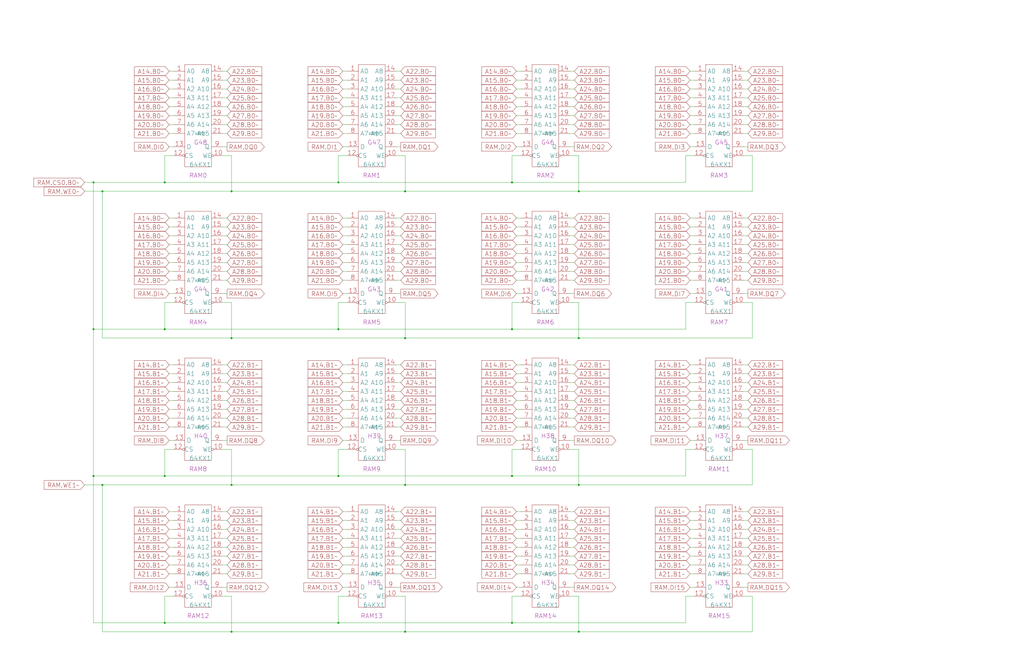
<source format=kicad_sch>
(kicad_sch (version 20230121) (generator eeschema)
  (paper "User" 584.2 378.46)
  (title_block (title "RAM\\nBANK 0\\nBYTE 0 / BYTE 1") (date "22-SEP-90") (rev "2.0") (comment 1 "IOC") (comment 2 "232-003061") (comment 3 "S400") (comment 4 "RELEASED"))
  (junction (at 193.04 187.96))
  (junction (at 330.2 193.04))
  (junction (at 58.42 109.22))
  (junction (at 330.2 276.86))
  (junction (at 330.2 109.22))
  (junction (at 132.08 193.04))
  (junction (at 292.1 355.6))
  (junction (at 53.34 104.14))
  (junction (at 292.1 187.96))
  (junction (at 231.14 360.68))
  (junction (at 53.34 187.96))
  (junction (at 132.08 276.86))
  (junction (at 231.14 193.04))
  (junction (at 292.1 271.78))
  (junction (at 93.98 187.96))
  (junction (at 231.14 276.86))
  (junction (at 330.2 360.68))
  (junction (at 193.04 104.14))
  (junction (at 193.04 355.6))
  (junction (at 193.04 271.78))
  (junction (at 93.98 355.6))
  (junction (at 292.1 104.14))
  (junction (at 93.98 104.14))
  (junction (at 93.98 271.78))
  (junction (at 231.14 109.22))
  (junction (at 58.42 276.86))
  (junction (at 132.08 109.22))
  (junction (at 132.08 360.68))
  (junction (at 53.34 271.78))
  (wire (pts (xy 294.64 149.86) (xy 297.18 149.86)))
  (wire (pts (xy 127 60.96) (xy 129.54 60.96)))
  (wire (pts (xy 226.06 322.58) (xy 228.6 322.58)))
  (wire (pts (xy 127 129.54) (xy 129.54 129.54)))
  (wire (pts (xy 127 251.46) (xy 129.54 251.46)))
  (wire (pts (xy 396.24 256.54) (xy 391.16 256.54)))
  (wire (pts (xy 96.52 134.62) (xy 99.06 134.62)))
  (wire (pts (xy 391.16 340.36) (xy 391.16 355.6)))
  (wire (pts (xy 393.7 251.46) (xy 396.24 251.46)))
  (wire (pts (xy 429.26 360.68) (xy 330.2 360.68)))
  (wire (pts (xy 393.7 208.28) (xy 396.24 208.28)))
  (wire (pts (xy 429.26 172.72) (xy 429.26 193.04)))
  (wire (pts (xy 226.06 243.84) (xy 228.6 243.84)))
  (wire (pts (xy 325.12 139.7) (xy 327.66 139.7)))
  (wire (pts (xy 226.06 66.04) (xy 228.6 66.04)))
  (wire (pts (xy 325.12 45.72) (xy 327.66 45.72)))
  (wire (pts (xy 127 139.7) (xy 129.54 139.7)))
  (wire (pts (xy 96.52 55.88) (xy 99.06 55.88)))
  (wire (pts (xy 294.64 213.36) (xy 297.18 213.36)))
  (wire (pts (xy 393.7 149.86) (xy 396.24 149.86)))
  (wire (pts (xy 297.18 340.36) (xy 292.1 340.36)))
  (wire (pts (xy 424.18 302.26) (xy 426.72 302.26)))
  (wire (pts (xy 127 340.36) (xy 132.08 340.36)))
  (wire (pts (xy 96.52 149.86) (xy 99.06 149.86)))
  (wire (pts (xy 292.1 271.78) (xy 391.16 271.78)))
  (wire (pts (xy 195.58 50.8) (xy 198.12 50.8)))
  (wire (pts (xy 198.12 172.72) (xy 193.04 172.72)))
  (wire (pts (xy 424.18 55.88) (xy 426.72 55.88)))
  (wire (pts (xy 127 88.9) (xy 132.08 88.9)))
  (wire (pts (xy 325.12 55.88) (xy 327.66 55.88)))
  (wire (pts (xy 226.06 251.46) (xy 228.6 251.46)))
  (wire (pts (xy 424.18 129.54) (xy 426.72 129.54)))
  (wire (pts (xy 231.14 88.9) (xy 231.14 109.22)))
  (wire (pts (xy 424.18 322.58) (xy 426.72 322.58)))
  (wire (pts (xy 292.1 256.54) (xy 292.1 271.78)))
  (wire (pts (xy 429.26 193.04) (xy 330.2 193.04)))
  (wire (pts (xy 226.06 88.9) (xy 231.14 88.9)))
  (wire (pts (xy 96.52 302.26) (xy 99.06 302.26)))
  (wire (pts (xy 48.26 276.86) (xy 58.42 276.86)))
  (wire (pts (xy 393.7 144.78) (xy 396.24 144.78)))
  (wire (pts (xy 193.04 104.14) (xy 93.98 104.14)))
  (wire (pts (xy 393.7 40.64) (xy 396.24 40.64)))
  (wire (pts (xy 127 144.78) (xy 129.54 144.78)))
  (wire (pts (xy 393.7 228.6) (xy 396.24 228.6)))
  (wire (pts (xy 226.06 317.5) (xy 228.6 317.5)))
  (wire (pts (xy 424.18 297.18) (xy 426.72 297.18)))
  (wire (pts (xy 325.12 218.44) (xy 327.66 218.44)))
  (wire (pts (xy 127 149.86) (xy 129.54 149.86)))
  (wire (pts (xy 325.12 292.1) (xy 327.66 292.1)))
  (wire (pts (xy 325.12 233.68) (xy 327.66 233.68)))
  (wire (pts (xy 294.64 71.12) (xy 297.18 71.12)))
  (wire (pts (xy 424.18 134.62) (xy 426.72 134.62)))
  (wire (pts (xy 424.18 167.64) (xy 426.72 167.64)))
  (wire (pts (xy 132.08 88.9) (xy 132.08 109.22)))
  (wire (pts (xy 53.34 187.96) (xy 53.34 271.78)))
  (wire (pts (xy 99.06 256.54) (xy 93.98 256.54)))
  (wire (pts (xy 193.04 355.6) (xy 292.1 355.6)))
  (wire (pts (xy 127 83.82) (xy 129.54 83.82)))
  (wire (pts (xy 294.64 317.5) (xy 297.18 317.5)))
  (wire (pts (xy 96.52 45.72) (xy 99.06 45.72)))
  (wire (pts (xy 127 312.42) (xy 129.54 312.42)))
  (wire (pts (xy 231.14 256.54) (xy 231.14 276.86)))
  (wire (pts (xy 127 256.54) (xy 132.08 256.54)))
  (wire (pts (xy 294.64 160.02) (xy 297.18 160.02)))
  (wire (pts (xy 292.1 88.9) (xy 292.1 104.14)))
  (wire (pts (xy 127 208.28) (xy 129.54 208.28)))
  (wire (pts (xy 429.26 256.54) (xy 429.26 276.86)))
  (wire (pts (xy 198.12 340.36) (xy 193.04 340.36)))
  (wire (pts (xy 132.08 256.54) (xy 132.08 276.86)))
  (wire (pts (xy 132.08 276.86) (xy 231.14 276.86)))
  (wire (pts (xy 325.12 335.28) (xy 327.66 335.28)))
  (wire (pts (xy 424.18 335.28) (xy 426.72 335.28)))
  (wire (pts (xy 195.58 297.18) (xy 198.12 297.18)))
  (wire (pts (xy 53.34 271.78) (xy 53.34 355.6)))
  (wire (pts (xy 58.42 360.68) (xy 58.42 276.86)))
  (wire (pts (xy 96.52 233.68) (xy 99.06 233.68)))
  (wire (pts (xy 226.06 76.2) (xy 228.6 76.2)))
  (wire (pts (xy 96.52 66.04) (xy 99.06 66.04)))
  (wire (pts (xy 96.52 322.58) (xy 99.06 322.58)))
  (wire (pts (xy 294.64 223.52) (xy 297.18 223.52)))
  (wire (pts (xy 226.06 167.64) (xy 228.6 167.64)))
  (wire (pts (xy 393.7 167.64) (xy 396.24 167.64)))
  (wire (pts (xy 193.04 187.96) (xy 292.1 187.96)))
  (wire (pts (xy 325.12 307.34) (xy 327.66 307.34)))
  (wire (pts (xy 96.52 335.28) (xy 99.06 335.28)))
  (wire (pts (xy 424.18 76.2) (xy 426.72 76.2)))
  (wire (pts (xy 53.34 104.14) (xy 53.34 187.96)))
  (wire (pts (xy 325.12 124.46) (xy 327.66 124.46)))
  (wire (pts (xy 292.1 187.96) (xy 391.16 187.96)))
  (wire (pts (xy 393.7 154.94) (xy 396.24 154.94)))
  (wire (pts (xy 226.06 307.34) (xy 228.6 307.34)))
  (wire (pts (xy 127 317.5) (xy 129.54 317.5)))
  (wire (pts (xy 132.08 340.36) (xy 132.08 360.68)))
  (wire (pts (xy 96.52 71.12) (xy 99.06 71.12)))
  (wire (pts (xy 393.7 50.8) (xy 396.24 50.8)))
  (wire (pts (xy 424.18 144.78) (xy 426.72 144.78)))
  (wire (pts (xy 294.64 139.7) (xy 297.18 139.7)))
  (wire (pts (xy 424.18 340.36) (xy 429.26 340.36)))
  (wire (pts (xy 195.58 327.66) (xy 198.12 327.66)))
  (wire (pts (xy 96.52 307.34) (xy 99.06 307.34)))
  (wire (pts (xy 294.64 129.54) (xy 297.18 129.54)))
  (wire (pts (xy 393.7 83.82) (xy 396.24 83.82)))
  (wire (pts (xy 96.52 317.5) (xy 99.06 317.5)))
  (wire (pts (xy 193.04 172.72) (xy 193.04 187.96)))
  (wire (pts (xy 424.18 160.02) (xy 426.72 160.02)))
  (wire (pts (xy 93.98 271.78) (xy 193.04 271.78)))
  (wire (pts (xy 226.06 312.42) (xy 228.6 312.42)))
  (wire (pts (xy 396.24 88.9) (xy 391.16 88.9)))
  (wire (pts (xy 195.58 40.64) (xy 198.12 40.64)))
  (wire (pts (xy 127 297.18) (xy 129.54 297.18)))
  (wire (pts (xy 393.7 60.96) (xy 396.24 60.96)))
  (wire (pts (xy 294.64 124.46) (xy 297.18 124.46)))
  (wire (pts (xy 393.7 55.88) (xy 396.24 55.88)))
  (wire (pts (xy 424.18 71.12) (xy 426.72 71.12)))
  (wire (pts (xy 96.52 243.84) (xy 99.06 243.84)))
  (wire (pts (xy 325.12 149.86) (xy 327.66 149.86)))
  (wire (pts (xy 195.58 66.04) (xy 198.12 66.04)))
  (wire (pts (xy 127 40.64) (xy 129.54 40.64)))
  (wire (pts (xy 93.98 256.54) (xy 93.98 271.78)))
  (wire (pts (xy 330.2 193.04) (xy 231.14 193.04)))
  (wire (pts (xy 294.64 208.28) (xy 297.18 208.28)))
  (wire (pts (xy 424.18 83.82) (xy 426.72 83.82)))
  (wire (pts (xy 193.04 340.36) (xy 193.04 355.6)))
  (wire (pts (xy 429.26 88.9) (xy 429.26 109.22)))
  (wire (pts (xy 226.06 60.96) (xy 228.6 60.96)))
  (wire (pts (xy 294.64 233.68) (xy 297.18 233.68)))
  (wire (pts (xy 99.06 172.72) (xy 93.98 172.72)))
  (wire (pts (xy 193.04 88.9) (xy 193.04 104.14)))
  (wire (pts (xy 195.58 213.36) (xy 198.12 213.36)))
  (wire (pts (xy 58.42 109.22) (xy 132.08 109.22)))
  (wire (pts (xy 198.12 88.9) (xy 193.04 88.9)))
  (wire (pts (xy 325.12 312.42) (xy 327.66 312.42)))
  (wire (pts (xy 424.18 45.72) (xy 426.72 45.72)))
  (wire (pts (xy 226.06 154.94) (xy 228.6 154.94)))
  (wire (pts (xy 424.18 256.54) (xy 429.26 256.54)))
  (wire (pts (xy 294.64 60.96) (xy 297.18 60.96)))
  (wire (pts (xy 294.64 83.82) (xy 297.18 83.82)))
  (wire (pts (xy 292.1 172.72) (xy 292.1 187.96)))
  (wire (pts (xy 424.18 251.46) (xy 426.72 251.46)))
  (wire (pts (xy 294.64 312.42) (xy 297.18 312.42)))
  (wire (pts (xy 226.06 292.1) (xy 228.6 292.1)))
  (wire (pts (xy 96.52 292.1) (xy 99.06 292.1)))
  (wire (pts (xy 195.58 154.94) (xy 198.12 154.94)))
  (wire (pts (xy 226.06 327.66) (xy 228.6 327.66)))
  (wire (pts (xy 195.58 149.86) (xy 198.12 149.86)))
  (wire (pts (xy 393.7 292.1) (xy 396.24 292.1)))
  (wire (pts (xy 226.06 233.68) (xy 228.6 233.68)))
  (wire (pts (xy 226.06 134.62) (xy 228.6 134.62)))
  (wire (pts (xy 127 335.28) (xy 129.54 335.28)))
  (wire (pts (xy 195.58 60.96) (xy 198.12 60.96)))
  (wire (pts (xy 424.18 312.42) (xy 426.72 312.42)))
  (wire (pts (xy 96.52 40.64) (xy 99.06 40.64)))
  (wire (pts (xy 297.18 172.72) (xy 292.1 172.72)))
  (wire (pts (xy 226.06 71.12) (xy 228.6 71.12)))
  (wire (pts (xy 48.26 104.14) (xy 53.34 104.14)))
  (wire (pts (xy 96.52 213.36) (xy 99.06 213.36)))
  (wire (pts (xy 330.2 256.54) (xy 330.2 276.86)))
  (wire (pts (xy 226.06 149.86) (xy 228.6 149.86)))
  (wire (pts (xy 231.14 360.68) (xy 132.08 360.68)))
  (wire (pts (xy 96.52 251.46) (xy 99.06 251.46)))
  (wire (pts (xy 393.7 312.42) (xy 396.24 312.42)))
  (wire (pts (xy 294.64 251.46) (xy 297.18 251.46)))
  (wire (pts (xy 96.52 223.52) (xy 99.06 223.52)))
  (wire (pts (xy 330.2 109.22) (xy 429.26 109.22)))
  (wire (pts (xy 96.52 238.76) (xy 99.06 238.76)))
  (wire (pts (xy 195.58 312.42) (xy 198.12 312.42)))
  (wire (pts (xy 393.7 327.66) (xy 396.24 327.66)))
  (wire (pts (xy 96.52 218.44) (xy 99.06 218.44)))
  (wire (pts (xy 127 218.44) (xy 129.54 218.44)))
  (wire (pts (xy 96.52 228.6) (xy 99.06 228.6)))
  (wire (pts (xy 294.64 243.84) (xy 297.18 243.84)))
  (wire (pts (xy 294.64 218.44) (xy 297.18 218.44)))
  (wire (pts (xy 292.1 355.6) (xy 391.16 355.6)))
  (wire (pts (xy 393.7 238.76) (xy 396.24 238.76)))
  (wire (pts (xy 226.06 124.46) (xy 228.6 124.46)))
  (wire (pts (xy 294.64 322.58) (xy 297.18 322.58)))
  (wire (pts (xy 195.58 208.28) (xy 198.12 208.28)))
  (wire (pts (xy 226.06 139.7) (xy 228.6 139.7)))
  (wire (pts (xy 325.12 40.64) (xy 327.66 40.64)))
  (wire (pts (xy 226.06 45.72) (xy 228.6 45.72)))
  (wire (pts (xy 127 213.36) (xy 129.54 213.36)))
  (wire (pts (xy 325.12 160.02) (xy 327.66 160.02)))
  (wire (pts (xy 297.18 256.54) (xy 292.1 256.54)))
  (wire (pts (xy 424.18 149.86) (xy 426.72 149.86)))
  (wire (pts (xy 294.64 40.64) (xy 297.18 40.64)))
  (wire (pts (xy 93.98 104.14) (xy 53.34 104.14)))
  (wire (pts (xy 294.64 66.04) (xy 297.18 66.04)))
  (wire (pts (xy 424.18 154.94) (xy 426.72 154.94)))
  (wire (pts (xy 93.98 355.6) (xy 193.04 355.6)))
  (wire (pts (xy 127 243.84) (xy 129.54 243.84)))
  (wire (pts (xy 93.98 88.9) (xy 93.98 104.14)))
  (wire (pts (xy 127 76.2) (xy 129.54 76.2)))
  (wire (pts (xy 325.12 50.8) (xy 327.66 50.8)))
  (wire (pts (xy 127 327.66) (xy 129.54 327.66)))
  (wire (pts (xy 93.98 172.72) (xy 93.98 187.96)))
  (wire (pts (xy 393.7 233.68) (xy 396.24 233.68)))
  (wire (pts (xy 330.2 172.72) (xy 330.2 193.04)))
  (wire (pts (xy 127 302.26) (xy 129.54 302.26)))
  (wire (pts (xy 127 238.76) (xy 129.54 238.76)))
  (wire (pts (xy 424.18 327.66) (xy 426.72 327.66)))
  (wire (pts (xy 58.42 276.86) (xy 132.08 276.86)))
  (wire (pts (xy 391.16 172.72) (xy 391.16 187.96)))
  (wire (pts (xy 325.12 144.78) (xy 327.66 144.78)))
  (wire (pts (xy 294.64 55.88) (xy 297.18 55.88)))
  (wire (pts (xy 393.7 297.18) (xy 396.24 297.18)))
  (wire (pts (xy 226.06 228.6) (xy 228.6 228.6)))
  (wire (pts (xy 127 228.6) (xy 129.54 228.6)))
  (wire (pts (xy 195.58 167.64) (xy 198.12 167.64)))
  (wire (pts (xy 226.06 208.28) (xy 228.6 208.28)))
  (wire (pts (xy 127 167.64) (xy 129.54 167.64)))
  (wire (pts (xy 330.2 340.36) (xy 330.2 360.68)))
  (wire (pts (xy 325.12 327.66) (xy 327.66 327.66)))
  (wire (pts (xy 393.7 45.72) (xy 396.24 45.72)))
  (wire (pts (xy 294.64 134.62) (xy 297.18 134.62)))
  (wire (pts (xy 424.18 228.6) (xy 426.72 228.6)))
  (wire (pts (xy 127 307.34) (xy 129.54 307.34)))
  (wire (pts (xy 393.7 223.52) (xy 396.24 223.52)))
  (wire (pts (xy 226.06 144.78) (xy 228.6 144.78)))
  (wire (pts (xy 96.52 76.2) (xy 99.06 76.2)))
  (wire (pts (xy 127 55.88) (xy 129.54 55.88)))
  (wire (pts (xy 195.58 233.68) (xy 198.12 233.68)))
  (wire (pts (xy 393.7 213.36) (xy 396.24 213.36)))
  (wire (pts (xy 294.64 238.76) (xy 297.18 238.76)))
  (wire (pts (xy 226.06 129.54) (xy 228.6 129.54)))
  (wire (pts (xy 127 71.12) (xy 129.54 71.12)))
  (wire (pts (xy 424.18 213.36) (xy 426.72 213.36)))
  (wire (pts (xy 127 154.94) (xy 129.54 154.94)))
  (wire (pts (xy 53.34 271.78) (xy 93.98 271.78)))
  (wire (pts (xy 132.08 193.04) (xy 58.42 193.04)))
  (wire (pts (xy 294.64 167.64) (xy 297.18 167.64)))
  (wire (pts (xy 96.52 167.64) (xy 99.06 167.64)))
  (wire (pts (xy 127 45.72) (xy 129.54 45.72)))
  (wire (pts (xy 393.7 71.12) (xy 396.24 71.12)))
  (wire (pts (xy 226.06 213.36) (xy 228.6 213.36)))
  (wire (pts (xy 330.2 360.68) (xy 231.14 360.68)))
  (wire (pts (xy 226.06 55.88) (xy 228.6 55.88)))
  (wire (pts (xy 132.08 172.72) (xy 132.08 193.04)))
  (wire (pts (xy 393.7 335.28) (xy 396.24 335.28)))
  (wire (pts (xy 132.08 109.22) (xy 231.14 109.22)))
  (wire (pts (xy 424.18 88.9) (xy 429.26 88.9)))
  (wire (pts (xy 53.34 187.96) (xy 93.98 187.96)))
  (wire (pts (xy 294.64 228.6) (xy 297.18 228.6)))
  (wire (pts (xy 195.58 160.02) (xy 198.12 160.02)))
  (wire (pts (xy 393.7 243.84) (xy 396.24 243.84)))
  (wire (pts (xy 424.18 40.64) (xy 426.72 40.64)))
  (wire (pts (xy 127 134.62) (xy 129.54 134.62)))
  (wire (pts (xy 195.58 335.28) (xy 198.12 335.28)))
  (wire (pts (xy 226.06 40.64) (xy 228.6 40.64)))
  (wire (pts (xy 393.7 139.7) (xy 396.24 139.7)))
  (wire (pts (xy 53.34 355.6) (xy 93.98 355.6)))
  (wire (pts (xy 294.64 292.1) (xy 297.18 292.1)))
  (wire (pts (xy 292.1 104.14) (xy 193.04 104.14)))
  (wire (pts (xy 391.16 88.9) (xy 391.16 104.14)))
  (wire (pts (xy 424.18 60.96) (xy 426.72 60.96)))
  (wire (pts (xy 294.64 154.94) (xy 297.18 154.94)))
  (wire (pts (xy 424.18 139.7) (xy 426.72 139.7)))
  (wire (pts (xy 325.12 129.54) (xy 327.66 129.54)))
  (wire (pts (xy 195.58 83.82) (xy 198.12 83.82)))
  (wire (pts (xy 424.18 243.84) (xy 426.72 243.84)))
  (wire (pts (xy 127 292.1) (xy 129.54 292.1)))
  (wire (pts (xy 325.12 243.84) (xy 327.66 243.84)))
  (wire (pts (xy 294.64 76.2) (xy 297.18 76.2)))
  (wire (pts (xy 325.12 167.64) (xy 327.66 167.64)))
  (wire (pts (xy 391.16 104.14) (xy 292.1 104.14)))
  (wire (pts (xy 424.18 66.04) (xy 426.72 66.04)))
  (wire (pts (xy 195.58 228.6) (xy 198.12 228.6)))
  (wire (pts (xy 96.52 83.82) (xy 99.06 83.82)))
  (wire (pts (xy 127 172.72) (xy 132.08 172.72)))
  (wire (pts (xy 325.12 302.26) (xy 327.66 302.26)))
  (wire (pts (xy 96.52 139.7) (xy 99.06 139.7)))
  (wire (pts (xy 325.12 256.54) (xy 330.2 256.54)))
  (wire (pts (xy 325.12 317.5) (xy 327.66 317.5)))
  (wire (pts (xy 424.18 208.28) (xy 426.72 208.28)))
  (wire (pts (xy 424.18 238.76) (xy 426.72 238.76)))
  (wire (pts (xy 231.14 172.72) (xy 231.14 193.04)))
  (wire (pts (xy 96.52 297.18) (xy 99.06 297.18)))
  (wire (pts (xy 429.26 340.36) (xy 429.26 360.68)))
  (wire (pts (xy 195.58 71.12) (xy 198.12 71.12)))
  (wire (pts (xy 198.12 256.54) (xy 193.04 256.54)))
  (wire (pts (xy 325.12 223.52) (xy 327.66 223.52)))
  (wire (pts (xy 226.06 172.72) (xy 231.14 172.72)))
  (wire (pts (xy 393.7 134.62) (xy 396.24 134.62)))
  (wire (pts (xy 195.58 144.78) (xy 198.12 144.78)))
  (wire (pts (xy 330.2 276.86) (xy 429.26 276.86)))
  (wire (pts (xy 325.12 251.46) (xy 327.66 251.46)))
  (wire (pts (xy 226.06 83.82) (xy 228.6 83.82)))
  (wire (pts (xy 325.12 340.36) (xy 330.2 340.36)))
  (wire (pts (xy 195.58 124.46) (xy 198.12 124.46)))
  (wire (pts (xy 226.06 218.44) (xy 228.6 218.44)))
  (wire (pts (xy 195.58 238.76) (xy 198.12 238.76)))
  (wire (pts (xy 325.12 76.2) (xy 327.66 76.2)))
  (wire (pts (xy 195.58 243.84) (xy 198.12 243.84)))
  (wire (pts (xy 96.52 60.96) (xy 99.06 60.96)))
  (wire (pts (xy 231.14 340.36) (xy 231.14 360.68)))
  (wire (pts (xy 294.64 297.18) (xy 297.18 297.18)))
  (wire (pts (xy 96.52 124.46) (xy 99.06 124.46)))
  (wire (pts (xy 226.06 297.18) (xy 228.6 297.18)))
  (wire (pts (xy 424.18 317.5) (xy 426.72 317.5)))
  (wire (pts (xy 195.58 76.2) (xy 198.12 76.2)))
  (wire (pts (xy 330.2 88.9) (xy 330.2 109.22)))
  (wire (pts (xy 127 124.46) (xy 129.54 124.46)))
  (wire (pts (xy 195.58 302.26) (xy 198.12 302.26)))
  (wire (pts (xy 325.12 88.9) (xy 330.2 88.9)))
  (wire (pts (xy 195.58 134.62) (xy 198.12 134.62)))
  (wire (pts (xy 195.58 317.5) (xy 198.12 317.5)))
  (wire (pts (xy 93.98 187.96) (xy 193.04 187.96)))
  (wire (pts (xy 292.1 340.36) (xy 292.1 355.6)))
  (wire (pts (xy 96.52 160.02) (xy 99.06 160.02)))
  (wire (pts (xy 195.58 223.52) (xy 198.12 223.52)))
  (wire (pts (xy 48.26 109.22) (xy 58.42 109.22)))
  (wire (pts (xy 297.18 88.9) (xy 292.1 88.9)))
  (wire (pts (xy 93.98 340.36) (xy 93.98 355.6)))
  (wire (pts (xy 195.58 251.46) (xy 198.12 251.46)))
  (wire (pts (xy 127 223.52) (xy 129.54 223.52)))
  (wire (pts (xy 127 160.02) (xy 129.54 160.02)))
  (wire (pts (xy 195.58 139.7) (xy 198.12 139.7)))
  (wire (pts (xy 424.18 223.52) (xy 426.72 223.52)))
  (wire (pts (xy 393.7 307.34) (xy 396.24 307.34)))
  (wire (pts (xy 127 50.8) (xy 129.54 50.8)))
  (wire (pts (xy 294.64 45.72) (xy 297.18 45.72)))
  (wire (pts (xy 424.18 124.46) (xy 426.72 124.46)))
  (wire (pts (xy 294.64 50.8) (xy 297.18 50.8)))
  (wire (pts (xy 325.12 228.6) (xy 327.66 228.6)))
  (wire (pts (xy 424.18 172.72) (xy 429.26 172.72)))
  (wire (pts (xy 325.12 322.58) (xy 327.66 322.58)))
  (wire (pts (xy 226.06 223.52) (xy 228.6 223.52)))
  (wire (pts (xy 96.52 144.78) (xy 99.06 144.78)))
  (wire (pts (xy 226.06 335.28) (xy 228.6 335.28)))
  (wire (pts (xy 393.7 317.5) (xy 396.24 317.5)))
  (wire (pts (xy 195.58 45.72) (xy 198.12 45.72)))
  (wire (pts (xy 393.7 129.54) (xy 396.24 129.54)))
  (wire (pts (xy 325.12 71.12) (xy 327.66 71.12)))
  (wire (pts (xy 325.12 172.72) (xy 330.2 172.72)))
  (wire (pts (xy 231.14 109.22) (xy 330.2 109.22)))
  (wire (pts (xy 127 233.68) (xy 129.54 233.68)))
  (wire (pts (xy 424.18 307.34) (xy 426.72 307.34)))
  (wire (pts (xy 231.14 276.86) (xy 330.2 276.86)))
  (wire (pts (xy 195.58 129.54) (xy 198.12 129.54)))
  (wire (pts (xy 195.58 218.44) (xy 198.12 218.44)))
  (wire (pts (xy 393.7 302.26) (xy 396.24 302.26)))
  (wire (pts (xy 226.06 50.8) (xy 228.6 50.8)))
  (wire (pts (xy 325.12 208.28) (xy 327.66 208.28)))
  (wire (pts (xy 99.06 88.9) (xy 93.98 88.9)))
  (wire (pts (xy 99.06 340.36) (xy 93.98 340.36)))
  (wire (pts (xy 195.58 55.88) (xy 198.12 55.88)))
  (wire (pts (xy 127 322.58) (xy 129.54 322.58)))
  (wire (pts (xy 195.58 307.34) (xy 198.12 307.34)))
  (wire (pts (xy 424.18 218.44) (xy 426.72 218.44)))
  (wire (pts (xy 325.12 134.62) (xy 327.66 134.62)))
  (wire (pts (xy 325.12 238.76) (xy 327.66 238.76)))
  (wire (pts (xy 96.52 327.66) (xy 99.06 327.66)))
  (wire (pts (xy 96.52 129.54) (xy 99.06 129.54)))
  (wire (pts (xy 294.64 327.66) (xy 297.18 327.66)))
  (wire (pts (xy 193.04 271.78) (xy 292.1 271.78)))
  (wire (pts (xy 424.18 292.1) (xy 426.72 292.1)))
  (wire (pts (xy 393.7 76.2) (xy 396.24 76.2)))
  (wire (pts (xy 393.7 218.44) (xy 396.24 218.44)))
  (wire (pts (xy 424.18 50.8) (xy 426.72 50.8)))
  (wire (pts (xy 193.04 256.54) (xy 193.04 271.78)))
  (wire (pts (xy 132.08 360.68) (xy 58.42 360.68)))
  (wire (pts (xy 226.06 302.26) (xy 228.6 302.26)))
  (wire (pts (xy 195.58 292.1) (xy 198.12 292.1)))
  (wire (pts (xy 396.24 172.72) (xy 391.16 172.72)))
  (wire (pts (xy 226.06 160.02) (xy 228.6 160.02)))
  (wire (pts (xy 226.06 238.76) (xy 228.6 238.76)))
  (wire (pts (xy 325.12 213.36) (xy 327.66 213.36)))
  (wire (pts (xy 96.52 208.28) (xy 99.06 208.28)))
  (wire (pts (xy 325.12 83.82) (xy 327.66 83.82)))
  (wire (pts (xy 226.06 256.54) (xy 231.14 256.54)))
  (wire (pts (xy 127 66.04) (xy 129.54 66.04)))
  (wire (pts (xy 294.64 144.78) (xy 297.18 144.78)))
  (wire (pts (xy 396.24 340.36) (xy 391.16 340.36)))
  (wire (pts (xy 393.7 322.58) (xy 396.24 322.58)))
  (wire (pts (xy 195.58 322.58) (xy 198.12 322.58)))
  (wire (pts (xy 294.64 302.26) (xy 297.18 302.26)))
  (wire (pts (xy 294.64 335.28) (xy 297.18 335.28)))
  (wire (pts (xy 325.12 297.18) (xy 327.66 297.18)))
  (wire (pts (xy 226.06 340.36) (xy 231.14 340.36)))
  (wire (pts (xy 96.52 50.8) (xy 99.06 50.8)))
  (wire (pts (xy 325.12 66.04) (xy 327.66 66.04)))
  (wire (pts (xy 58.42 193.04) (xy 58.42 109.22)))
  (wire (pts (xy 96.52 154.94) (xy 99.06 154.94)))
  (wire (pts (xy 325.12 60.96) (xy 327.66 60.96)))
  (wire (pts (xy 424.18 233.68) (xy 426.72 233.68)))
  (wire (pts (xy 393.7 66.04) (xy 396.24 66.04)))
  (wire (pts (xy 294.64 307.34) (xy 297.18 307.34)))
  (wire (pts (xy 96.52 312.42) (xy 99.06 312.42)))
  (wire (pts (xy 393.7 124.46) (xy 396.24 124.46)))
  (wire (pts (xy 391.16 256.54) (xy 391.16 271.78)))
  (wire (pts (xy 231.14 193.04) (xy 132.08 193.04)))
  (wire (pts (xy 393.7 160.02) (xy 396.24 160.02)))
  (wire (pts (xy 325.12 154.94) (xy 327.66 154.94)))
  (global_label "RAM.DQ11" (shape output) (at 426.72 251.46 0) (effects (font (size 2.54 2.54))) (property "Intersheetrefs" "${INTERSHEET_REFS}" (at 448.3765 251.3013 0) (effects (font (size 1.905 1.905)) (justify left))))
  (global_label "A28.B0~" (shape input) (at 426.72 154.94 0) (effects (font (size 2.54 2.54))) (property "Intersheetrefs" "${INTERSHEET_REFS}" (at 447.167 154.7813 0) (effects (font (size 1.905 1.905)) (justify left))))
  (global_label "A19.B1~" (shape input) (at 195.58 233.68 180) (effects (font (size 2.54 2.54))) (property "Intersheetrefs" "${INTERSHEET_REFS}" (at 175.133 233.5213 0) (effects (font (size 1.905 1.905)) (justify right))))
  (global_label "A17.B0~" (shape input) (at 393.7 139.7 180) (effects (font (size 2.54 2.54))) (property "Intersheetrefs" "${INTERSHEET_REFS}" (at 373.253 139.5413 0) (effects (font (size 1.905 1.905)) (justify right))))
  (global_label "A29.B0~" (shape input) (at 426.72 76.2 0) (effects (font (size 2.54 2.54))) (property "Intersheetrefs" "${INTERSHEET_REFS}" (at 447.167 76.0413 0) (effects (font (size 1.905 1.905)) (justify left))))
  (global_label "RAM.DI1" (shape input) (at 195.58 83.82 180) (effects (font (size 2.54 2.54))) (property "Intersheetrefs" "${INTERSHEET_REFS}" (at 175.3749 83.6613 0) (effects (font (size 1.905 1.905)) (justify right))))
  (global_label "A19.B0~" (shape input) (at 96.52 149.86 180) (effects (font (size 2.54 2.54))) (property "Intersheetrefs" "${INTERSHEET_REFS}" (at 76.073 149.7013 0) (effects (font (size 1.905 1.905)) (justify right))))
  (global_label "A20.B0~" (shape input) (at 294.64 71.12 180) (effects (font (size 2.54 2.54))) (property "Intersheetrefs" "${INTERSHEET_REFS}" (at 274.193 70.9613 0) (effects (font (size 1.905 1.905)) (justify right))))
  (global_label "A28.B1~" (shape input) (at 228.6 238.76 0) (effects (font (size 2.54 2.54))) (property "Intersheetrefs" "${INTERSHEET_REFS}" (at 249.047 238.6013 0) (effects (font (size 1.905 1.905)) (justify left))))
  (global_label "A20.B1~" (shape input) (at 393.7 238.76 180) (effects (font (size 2.54 2.54))) (property "Intersheetrefs" "${INTERSHEET_REFS}" (at 373.253 238.6013 0) (effects (font (size 1.905 1.905)) (justify right))))
  (global_label "A23.B0~" (shape input) (at 327.66 45.72 0) (effects (font (size 2.54 2.54))) (property "Intersheetrefs" "${INTERSHEET_REFS}" (at 348.107 45.5613 0) (effects (font (size 1.905 1.905)) (justify left))))
  (global_label "A17.B0~" (shape input) (at 96.52 139.7 180) (effects (font (size 2.54 2.54))) (property "Intersheetrefs" "${INTERSHEET_REFS}" (at 76.073 139.5413 0) (effects (font (size 1.905 1.905)) (justify right))))
  (global_label "A24.B1~" (shape input) (at 129.54 302.26 0) (effects (font (size 2.54 2.54))) (property "Intersheetrefs" "${INTERSHEET_REFS}" (at 149.987 302.1013 0) (effects (font (size 1.905 1.905)) (justify left))))
  (global_label "A19.B1~" (shape input) (at 294.64 233.68 180) (effects (font (size 2.54 2.54))) (property "Intersheetrefs" "${INTERSHEET_REFS}" (at 274.193 233.5213 0) (effects (font (size 1.905 1.905)) (justify right))))
  (global_label "A27.B1~" (shape input) (at 129.54 233.68 0) (effects (font (size 2.54 2.54))) (property "Intersheetrefs" "${INTERSHEET_REFS}" (at 149.987 233.5213 0) (effects (font (size 1.905 1.905)) (justify left))))
  (global_label "A18.B0~" (shape input) (at 195.58 144.78 180) (effects (font (size 2.54 2.54))) (property "Intersheetrefs" "${INTERSHEET_REFS}" (at 175.133 144.6213 0) (effects (font (size 1.905 1.905)) (justify right))))
  (global_label "A25.B0~" (shape input) (at 327.66 139.7 0) (effects (font (size 2.54 2.54))) (property "Intersheetrefs" "${INTERSHEET_REFS}" (at 348.107 139.5413 0) (effects (font (size 1.905 1.905)) (justify left))))
  (global_label "A24.B0~" (shape input) (at 327.66 50.8 0) (effects (font (size 2.54 2.54))) (property "Intersheetrefs" "${INTERSHEET_REFS}" (at 348.107 50.6413 0) (effects (font (size 1.905 1.905)) (justify left))))
  (global_label "A29.B0~" (shape input) (at 228.6 76.2 0) (effects (font (size 2.54 2.54))) (property "Intersheetrefs" "${INTERSHEET_REFS}" (at 249.047 76.0413 0) (effects (font (size 1.905 1.905)) (justify left))))
  (global_label "A16.B1~" (shape input) (at 393.7 218.44 180) (effects (font (size 2.54 2.54))) (property "Intersheetrefs" "${INTERSHEET_REFS}" (at 373.4949 218.2813 0) (effects (font (size 1.905 1.905)) (justify right))))
  (global_label "RAM.DI14" (shape input) (at 294.64 335.28 180) (effects (font (size 2.54 2.54))) (property "Intersheetrefs" "${INTERSHEET_REFS}" (at 272.0159 335.1213 0) (effects (font (size 1.905 1.905)) (justify right))))
  (global_label "A15.B0~" (shape input) (at 294.64 129.54 180) (effects (font (size 2.54 2.54))) (property "Intersheetrefs" "${INTERSHEET_REFS}" (at 274.193 129.3813 0) (effects (font (size 1.905 1.905)) (justify right))))
  (global_label "A20.B1~" (shape input) (at 294.64 238.76 180) (effects (font (size 2.54 2.54))) (property "Intersheetrefs" "${INTERSHEET_REFS}" (at 274.193 238.6013 0) (effects (font (size 1.905 1.905)) (justify right))))
  (global_label "A16.B1~" (shape input) (at 393.7 302.26 180) (effects (font (size 2.54 2.54))) (property "Intersheetrefs" "${INTERSHEET_REFS}" (at 373.4949 302.1013 0) (effects (font (size 1.905 1.905)) (justify right))))
  (global_label "A20.B0~" (shape input) (at 393.7 71.12 180) (effects (font (size 2.54 2.54))) (property "Intersheetrefs" "${INTERSHEET_REFS}" (at 373.253 70.9613 0) (effects (font (size 1.905 1.905)) (justify right))))
  (global_label "RAM.DI8" (shape input) (at 96.52 251.46 180) (effects (font (size 2.54 2.54))) (property "Intersheetrefs" "${INTERSHEET_REFS}" (at 76.3149 251.3013 0) (effects (font (size 1.905 1.905)) (justify right))))
  (global_label "A14.B1~" (shape input) (at 294.64 208.28 180) (effects (font (size 2.54 2.54))) (property "Intersheetrefs" "${INTERSHEET_REFS}" (at 274.4349 208.1213 0) (effects (font (size 1.905 1.905)) (justify right))))
  (global_label "A28.B1~" (shape input) (at 327.66 322.58 0) (effects (font (size 2.54 2.54))) (property "Intersheetrefs" "${INTERSHEET_REFS}" (at 348.107 322.4213 0) (effects (font (size 1.905 1.905)) (justify left))))
  (global_label "A19.B0~" (shape input) (at 294.64 66.04 180) (effects (font (size 2.54 2.54))) (property "Intersheetrefs" "${INTERSHEET_REFS}" (at 274.193 65.8813 0) (effects (font (size 1.905 1.905)) (justify right))))
  (global_label "A19.B0~" (shape input) (at 195.58 149.86 180) (effects (font (size 2.54 2.54))) (property "Intersheetrefs" "${INTERSHEET_REFS}" (at 175.133 149.7013 0) (effects (font (size 1.905 1.905)) (justify right))))
  (global_label "A18.B1~" (shape input) (at 96.52 228.6 180) (effects (font (size 2.54 2.54))) (property "Intersheetrefs" "${INTERSHEET_REFS}" (at 76.073 228.4413 0) (effects (font (size 1.905 1.905)) (justify right))))
  (global_label "RAM.DQ3" (shape output) (at 426.72 83.82 0) (effects (font (size 2.54 2.54))) (property "Intersheetrefs" "${INTERSHEET_REFS}" (at 448.3765 83.6613 0) (effects (font (size 1.905 1.905)) (justify left))))
  (global_label "A24.B1~" (shape input) (at 228.6 302.26 0) (effects (font (size 2.54 2.54))) (property "Intersheetrefs" "${INTERSHEET_REFS}" (at 249.047 302.1013 0) (effects (font (size 1.905 1.905)) (justify left))))
  (global_label "A22.B1~" (shape input) (at 228.6 292.1 0) (effects (font (size 2.54 2.54))) (property "Intersheetrefs" "${INTERSHEET_REFS}" (at 248.8051 291.9413 0) (effects (font (size 1.905 1.905)) (justify left))))
  (global_label "A17.B1~" (shape input) (at 294.64 307.34 180) (effects (font (size 2.54 2.54))) (property "Intersheetrefs" "${INTERSHEET_REFS}" (at 274.193 307.1813 0) (effects (font (size 1.905 1.905)) (justify right))))
  (global_label "A27.B1~" (shape input) (at 327.66 233.68 0) (effects (font (size 2.54 2.54))) (property "Intersheetrefs" "${INTERSHEET_REFS}" (at 348.107 233.5213 0) (effects (font (size 1.905 1.905)) (justify left))))
  (global_label "A25.B1~" (shape input) (at 228.6 223.52 0) (effects (font (size 2.54 2.54))) (property "Intersheetrefs" "${INTERSHEET_REFS}" (at 249.047 223.3613 0) (effects (font (size 1.905 1.905)) (justify left))))
  (global_label "A28.B0~" (shape input) (at 327.66 71.12 0) (effects (font (size 2.54 2.54))) (property "Intersheetrefs" "${INTERSHEET_REFS}" (at 348.107 70.9613 0) (effects (font (size 1.905 1.905)) (justify left))))
  (global_label "A29.B1~" (shape input) (at 327.66 243.84 0) (effects (font (size 2.54 2.54))) (property "Intersheetrefs" "${INTERSHEET_REFS}" (at 348.107 243.6813 0) (effects (font (size 1.905 1.905)) (justify left))))
  (global_label "A21.B0~" (shape input) (at 195.58 160.02 180) (effects (font (size 2.54 2.54))) (property "Intersheetrefs" "${INTERSHEET_REFS}" (at 175.133 159.8613 0) (effects (font (size 1.905 1.905)) (justify right))))
  (global_label "A24.B1~" (shape input) (at 426.72 302.26 0) (effects (font (size 2.54 2.54))) (property "Intersheetrefs" "${INTERSHEET_REFS}" (at 447.167 302.1013 0) (effects (font (size 1.905 1.905)) (justify left))))
  (global_label "A27.B0~" (shape input) (at 129.54 66.04 0) (effects (font (size 2.54 2.54))) (property "Intersheetrefs" "${INTERSHEET_REFS}" (at 149.987 65.8813 0) (effects (font (size 1.905 1.905)) (justify left))))
  (global_label "RAM.WE1~" (shape input) (at 48.26 276.86 180) (effects (font (size 2.54 2.54))) (property "Intersheetrefs" "${INTERSHEET_REFS}" (at 24.7892 276.7013 0) (effects (font (size 1.905 1.905)) (justify right))))
  (global_label "A18.B0~" (shape input) (at 294.64 60.96 180) (effects (font (size 2.54 2.54))) (property "Intersheetrefs" "${INTERSHEET_REFS}" (at 274.193 60.8013 0) (effects (font (size 1.905 1.905)) (justify right))))
  (global_label "A26.B1~" (shape input) (at 228.6 312.42 0) (effects (font (size 2.54 2.54))) (property "Intersheetrefs" "${INTERSHEET_REFS}" (at 249.047 312.2613 0) (effects (font (size 1.905 1.905)) (justify left))))
  (global_label "A21.B0~" (shape input) (at 195.58 76.2 180) (effects (font (size 2.54 2.54))) (property "Intersheetrefs" "${INTERSHEET_REFS}" (at 175.133 76.0413 0) (effects (font (size 1.905 1.905)) (justify right))))
  (global_label "A17.B1~" (shape input) (at 195.58 223.52 180) (effects (font (size 2.54 2.54))) (property "Intersheetrefs" "${INTERSHEET_REFS}" (at 175.133 223.3613 0) (effects (font (size 1.905 1.905)) (justify right))))
  (global_label "A22.B0~" (shape input) (at 228.6 124.46 0) (effects (font (size 2.54 2.54))) (property "Intersheetrefs" "${INTERSHEET_REFS}" (at 248.8051 124.3013 0) (effects (font (size 1.905 1.905)) (justify left))))
  (global_label "A22.B0~" (shape input) (at 426.72 124.46 0) (effects (font (size 2.54 2.54))) (property "Intersheetrefs" "${INTERSHEET_REFS}" (at 446.9251 124.3013 0) (effects (font (size 1.905 1.905)) (justify left))))
  (global_label "A19.B1~" (shape input) (at 393.7 233.68 180) (effects (font (size 2.54 2.54))) (property "Intersheetrefs" "${INTERSHEET_REFS}" (at 373.253 233.5213 0) (effects (font (size 1.905 1.905)) (justify right))))
  (global_label "A23.B0~" (shape input) (at 327.66 129.54 0) (effects (font (size 2.54 2.54))) (property "Intersheetrefs" "${INTERSHEET_REFS}" (at 348.107 129.3813 0) (effects (font (size 1.905 1.905)) (justify left))))
  (global_label "A27.B0~" (shape input) (at 228.6 66.04 0) (effects (font (size 2.54 2.54))) (property "Intersheetrefs" "${INTERSHEET_REFS}" (at 249.047 65.8813 0) (effects (font (size 1.905 1.905)) (justify left))))
  (global_label "A29.B1~" (shape input) (at 426.72 243.84 0) (effects (font (size 2.54 2.54))) (property "Intersheetrefs" "${INTERSHEET_REFS}" (at 447.167 243.6813 0) (effects (font (size 1.905 1.905)) (justify left))))
  (global_label "A25.B0~" (shape input) (at 426.72 139.7 0) (effects (font (size 2.54 2.54))) (property "Intersheetrefs" "${INTERSHEET_REFS}" (at 447.167 139.5413 0) (effects (font (size 1.905 1.905)) (justify left))))
  (global_label "A15.B1~" (shape input) (at 96.52 213.36 180) (effects (font (size 2.54 2.54))) (property "Intersheetrefs" "${INTERSHEET_REFS}" (at 76.073 213.2013 0) (effects (font (size 1.905 1.905)) (justify right))))
  (global_label "A18.B0~" (shape input) (at 393.7 144.78 180) (effects (font (size 2.54 2.54))) (property "Intersheetrefs" "${INTERSHEET_REFS}" (at 373.253 144.6213 0) (effects (font (size 1.905 1.905)) (justify right))))
  (global_label "A24.B0~" (shape input) (at 129.54 134.62 0) (effects (font (size 2.54 2.54))) (property "Intersheetrefs" "${INTERSHEET_REFS}" (at 149.987 134.4613 0) (effects (font (size 1.905 1.905)) (justify left))))
  (global_label "A23.B0~" (shape input) (at 228.6 129.54 0) (effects (font (size 2.54 2.54))) (property "Intersheetrefs" "${INTERSHEET_REFS}" (at 249.047 129.3813 0) (effects (font (size 1.905 1.905)) (justify left))))
  (global_label "A22.B1~" (shape input) (at 228.6 208.28 0) (effects (font (size 2.54 2.54))) (property "Intersheetrefs" "${INTERSHEET_REFS}" (at 248.8051 208.1213 0) (effects (font (size 1.905 1.905)) (justify left))))
  (global_label "A28.B1~" (shape input) (at 129.54 322.58 0) (effects (font (size 2.54 2.54))) (property "Intersheetrefs" "${INTERSHEET_REFS}" (at 149.987 322.4213 0) (effects (font (size 1.905 1.905)) (justify left))))
  (global_label "RAM.DI12" (shape input) (at 96.52 335.28 180) (effects (font (size 2.54 2.54))) (property "Intersheetrefs" "${INTERSHEET_REFS}" (at 73.8959 335.1213 0) (effects (font (size 1.905 1.905)) (justify right))))
  (global_label "A18.B1~" (shape input) (at 294.64 312.42 180) (effects (font (size 2.54 2.54))) (property "Intersheetrefs" "${INTERSHEET_REFS}" (at 274.193 312.2613 0) (effects (font (size 1.905 1.905)) (justify right))))
  (global_label "RAM.CS0.B0~" (shape input) (at 48.26 104.14 180) (effects (font (size 2.54 2.54))) (property "Intersheetrefs" "${INTERSHEET_REFS}" (at 18.8625 103.9813 0) (effects (font (size 1.905 1.905)) (justify right))))
  (global_label "A18.B1~" (shape input) (at 195.58 312.42 180) (effects (font (size 2.54 2.54))) (property "Intersheetrefs" "${INTERSHEET_REFS}" (at 175.133 312.2613 0) (effects (font (size 1.905 1.905)) (justify right))))
  (global_label "A19.B1~" (shape input) (at 294.64 317.5 180) (effects (font (size 2.54 2.54))) (property "Intersheetrefs" "${INTERSHEET_REFS}" (at 274.193 317.3413 0) (effects (font (size 1.905 1.905)) (justify right))))
  (global_label "A25.B0~" (shape input) (at 327.66 55.88 0) (effects (font (size 2.54 2.54))) (property "Intersheetrefs" "${INTERSHEET_REFS}" (at 348.107 55.7213 0) (effects (font (size 1.905 1.905)) (justify left))))
  (global_label "A28.B0~" (shape input) (at 129.54 71.12 0) (effects (font (size 2.54 2.54))) (property "Intersheetrefs" "${INTERSHEET_REFS}" (at 149.987 70.9613 0) (effects (font (size 1.905 1.905)) (justify left))))
  (global_label "A14.B1~" (shape input) (at 393.7 292.1 180) (effects (font (size 2.54 2.54))) (property "Intersheetrefs" "${INTERSHEET_REFS}" (at 373.4949 291.9413 0) (effects (font (size 1.905 1.905)) (justify right))))
  (global_label "A20.B1~" (shape input) (at 96.52 322.58 180) (effects (font (size 2.54 2.54))) (property "Intersheetrefs" "${INTERSHEET_REFS}" (at 76.073 322.4213 0) (effects (font (size 1.905 1.905)) (justify right))))
  (global_label "A21.B1~" (shape input) (at 195.58 327.66 180) (effects (font (size 2.54 2.54))) (property "Intersheetrefs" "${INTERSHEET_REFS}" (at 175.133 327.5013 0) (effects (font (size 1.905 1.905)) (justify right))))
  (global_label "A27.B1~" (shape input) (at 129.54 317.5 0) (effects (font (size 2.54 2.54))) (property "Intersheetrefs" "${INTERSHEET_REFS}" (at 149.987 317.3413 0) (effects (font (size 1.905 1.905)) (justify left))))
  (global_label "A17.B1~" (shape input) (at 393.7 223.52 180) (effects (font (size 2.54 2.54))) (property "Intersheetrefs" "${INTERSHEET_REFS}" (at 373.253 223.3613 0) (effects (font (size 1.905 1.905)) (justify right))))
  (global_label "A16.B1~" (shape input) (at 294.64 302.26 180) (effects (font (size 2.54 2.54))) (property "Intersheetrefs" "${INTERSHEET_REFS}" (at 274.4349 302.1013 0) (effects (font (size 1.905 1.905)) (justify right))))
  (global_label "A22.B1~" (shape input) (at 426.72 292.1 0) (effects (font (size 2.54 2.54))) (property "Intersheetrefs" "${INTERSHEET_REFS}" (at 446.9251 291.9413 0) (effects (font (size 1.905 1.905)) (justify left))))
  (global_label "A24.B1~" (shape input) (at 327.66 302.26 0) (effects (font (size 2.54 2.54))) (property "Intersheetrefs" "${INTERSHEET_REFS}" (at 348.107 302.1013 0) (effects (font (size 1.905 1.905)) (justify left))))
  (global_label "A19.B0~" (shape input) (at 393.7 149.86 180) (effects (font (size 2.54 2.54))) (property "Intersheetrefs" "${INTERSHEET_REFS}" (at 373.253 149.7013 0) (effects (font (size 1.905 1.905)) (justify right))))
  (global_label "A26.B1~" (shape input) (at 228.6 228.6 0) (effects (font (size 2.54 2.54))) (property "Intersheetrefs" "${INTERSHEET_REFS}" (at 249.047 228.4413 0) (effects (font (size 1.905 1.905)) (justify left))))
  (global_label "A19.B1~" (shape input) (at 195.58 317.5 180) (effects (font (size 2.54 2.54))) (property "Intersheetrefs" "${INTERSHEET_REFS}" (at 175.133 317.3413 0) (effects (font (size 1.905 1.905)) (justify right))))
  (global_label "A19.B0~" (shape input) (at 96.52 66.04 180) (effects (font (size 2.54 2.54))) (property "Intersheetrefs" "${INTERSHEET_REFS}" (at 76.073 65.8813 0) (effects (font (size 1.905 1.905)) (justify right))))
  (global_label "A23.B1~" (shape input) (at 327.66 213.36 0) (effects (font (size 2.54 2.54))) (property "Intersheetrefs" "${INTERSHEET_REFS}" (at 348.107 213.2013 0) (effects (font (size 1.905 1.905)) (justify left))))
  (global_label "A23.B0~" (shape input) (at 129.54 129.54 0) (effects (font (size 2.54 2.54))) (property "Intersheetrefs" "${INTERSHEET_REFS}" (at 149.987 129.3813 0) (effects (font (size 1.905 1.905)) (justify left))))
  (global_label "A27.B0~" (shape input) (at 426.72 66.04 0) (effects (font (size 2.54 2.54))) (property "Intersheetrefs" "${INTERSHEET_REFS}" (at 447.167 65.8813 0) (effects (font (size 1.905 1.905)) (justify left))))
  (global_label "A29.B0~" (shape input) (at 327.66 160.02 0) (effects (font (size 2.54 2.54))) (property "Intersheetrefs" "${INTERSHEET_REFS}" (at 348.107 159.8613 0) (effects (font (size 1.905 1.905)) (justify left))))
  (global_label "A19.B0~" (shape input) (at 393.7 66.04 180) (effects (font (size 2.54 2.54))) (property "Intersheetrefs" "${INTERSHEET_REFS}" (at 373.253 65.8813 0) (effects (font (size 1.905 1.905)) (justify right))))
  (global_label "A21.B1~" (shape input) (at 294.64 327.66 180) (effects (font (size 2.54 2.54))) (property "Intersheetrefs" "${INTERSHEET_REFS}" (at 274.193 327.5013 0) (effects (font (size 1.905 1.905)) (justify right))))
  (global_label "A21.B1~" (shape input) (at 96.52 243.84 180) (effects (font (size 2.54 2.54))) (property "Intersheetrefs" "${INTERSHEET_REFS}" (at 76.073 243.6813 0) (effects (font (size 1.905 1.905)) (justify right))))
  (global_label "A15.B0~" (shape input) (at 393.7 129.54 180) (effects (font (size 2.54 2.54))) (property "Intersheetrefs" "${INTERSHEET_REFS}" (at 373.253 129.3813 0) (effects (font (size 1.905 1.905)) (justify right))))
  (global_label "A21.B1~" (shape input) (at 393.7 243.84 180) (effects (font (size 2.54 2.54))) (property "Intersheetrefs" "${INTERSHEET_REFS}" (at 373.253 243.6813 0) (effects (font (size 1.905 1.905)) (justify right))))
  (global_label "A29.B1~" (shape input) (at 426.72 327.66 0) (effects (font (size 2.54 2.54))) (property "Intersheetrefs" "${INTERSHEET_REFS}" (at 447.167 327.5013 0) (effects (font (size 1.905 1.905)) (justify left))))
  (global_label "A20.B0~" (shape input) (at 294.64 154.94 180) (effects (font (size 2.54 2.54))) (property "Intersheetrefs" "${INTERSHEET_REFS}" (at 274.193 154.7813 0) (effects (font (size 1.905 1.905)) (justify right))))
  (global_label "A23.B0~" (shape input) (at 426.72 45.72 0) (effects (font (size 2.54 2.54))) (property "Intersheetrefs" "${INTERSHEET_REFS}" (at 447.167 45.5613 0) (effects (font (size 1.905 1.905)) (justify left))))
  (global_label "A26.B0~" (shape input) (at 426.72 60.96 0) (effects (font (size 2.54 2.54))) (property "Intersheetrefs" "${INTERSHEET_REFS}" (at 447.167 60.8013 0) (effects (font (size 1.905 1.905)) (justify left))))
  (global_label "A17.B0~" (shape input) (at 393.7 55.88 180) (effects (font (size 2.54 2.54))) (property "Intersheetrefs" "${INTERSHEET_REFS}" (at 373.253 55.7213 0) (effects (font (size 1.905 1.905)) (justify right))))
  (global_label "A28.B0~" (shape input) (at 228.6 154.94 0) (effects (font (size 2.54 2.54))) (property "Intersheetrefs" "${INTERSHEET_REFS}" (at 249.047 154.7813 0) (effects (font (size 1.905 1.905)) (justify left))))
  (global_label "RAM.DI6" (shape input) (at 294.64 167.64 180) (effects (font (size 2.54 2.54))) (property "Intersheetrefs" "${INTERSHEET_REFS}" (at 274.4349 167.4813 0) (effects (font (size 1.905 1.905)) (justify right))))
  (global_label "A15.B1~" (shape input) (at 195.58 213.36 180) (effects (font (size 2.54 2.54))) (property "Intersheetrefs" "${INTERSHEET_REFS}" (at 175.133 213.2013 0) (effects (font (size 1.905 1.905)) (justify right))))
  (global_label "A20.B0~" (shape input) (at 96.52 154.94 180) (effects (font (size 2.54 2.54))) (property "Intersheetrefs" "${INTERSHEET_REFS}" (at 76.073 154.7813 0) (effects (font (size 1.905 1.905)) (justify right))))
  (global_label "A25.B0~" (shape input) (at 228.6 55.88 0) (effects (font (size 2.54 2.54))) (property "Intersheetrefs" "${INTERSHEET_REFS}" (at 249.047 55.7213 0) (effects (font (size 1.905 1.905)) (justify left))))
  (global_label "A21.B0~" (shape input) (at 393.7 160.02 180) (effects (font (size 2.54 2.54))) (property "Intersheetrefs" "${INTERSHEET_REFS}" (at 373.253 159.8613 0) (effects (font (size 1.905 1.905)) (justify right))))
  (global_label "A21.B0~" (shape input) (at 294.64 160.02 180) (effects (font (size 2.54 2.54))) (property "Intersheetrefs" "${INTERSHEET_REFS}" (at 274.193 159.8613 0) (effects (font (size 1.905 1.905)) (justify right))))
  (global_label "RAM.DQ14" (shape output) (at 327.66 335.28 0) (effects (font (size 2.54 2.54))) (property "Intersheetrefs" "${INTERSHEET_REFS}" (at 351.7356 335.1213 0) (effects (font (size 1.905 1.905)) (justify left))))
  (global_label "A20.B1~" (shape input) (at 294.64 322.58 180) (effects (font (size 2.54 2.54))) (property "Intersheetrefs" "${INTERSHEET_REFS}" (at 274.193 322.4213 0) (effects (font (size 1.905 1.905)) (justify right))))
  (global_label "A25.B1~" (shape input) (at 129.54 307.34 0) (effects (font (size 2.54 2.54))) (property "Intersheetrefs" "${INTERSHEET_REFS}" (at 149.987 307.1813 0) (effects (font (size 1.905 1.905)) (justify left))))
  (global_label "A19.B0~" (shape input) (at 294.64 149.86 180) (effects (font (size 2.54 2.54))) (property "Intersheetrefs" "${INTERSHEET_REFS}" (at 274.193 149.7013 0) (effects (font (size 1.905 1.905)) (justify right))))
  (global_label "A26.B0~" (shape input) (at 228.6 60.96 0) (effects (font (size 2.54 2.54))) (property "Intersheetrefs" "${INTERSHEET_REFS}" (at 249.047 60.8013 0) (effects (font (size 1.905 1.905)) (justify left))))
  (global_label "A16.B0~" (shape input) (at 195.58 50.8 180) (effects (font (size 2.54 2.54))) (property "Intersheetrefs" "${INTERSHEET_REFS}" (at 175.3749 50.6413 0) (effects (font (size 1.905 1.905)) (justify right))))
  (global_label "A20.B0~" (shape input) (at 393.7 154.94 180) (effects (font (size 2.54 2.54))) (property "Intersheetrefs" "${INTERSHEET_REFS}" (at 373.253 154.7813 0) (effects (font (size 1.905 1.905)) (justify right))))
  (global_label "A29.B1~" (shape input) (at 129.54 243.84 0) (effects (font (size 2.54 2.54))) (property "Intersheetrefs" "${INTERSHEET_REFS}" (at 149.987 243.6813 0) (effects (font (size 1.905 1.905)) (justify left))))
  (global_label "RAM.DQ4" (shape output) (at 129.54 167.64 0) (effects (font (size 2.54 2.54))) (property "Intersheetrefs" "${INTERSHEET_REFS}" (at 151.1965 167.4813 0) (effects (font (size 1.905 1.905)) (justify left))))
  (global_label "A17.B1~" (shape input) (at 294.64 223.52 180) (effects (font (size 2.54 2.54))) (property "Intersheetrefs" "${INTERSHEET_REFS}" (at 274.193 223.3613 0) (effects (font (size 1.905 1.905)) (justify right))))
  (global_label "A14.B1~" (shape input) (at 393.7 208.28 180) (effects (font (size 2.54 2.54))) (property "Intersheetrefs" "${INTERSHEET_REFS}" (at 373.4949 208.1213 0) (effects (font (size 1.905 1.905)) (justify right))))
  (global_label "A16.B1~" (shape input) (at 195.58 218.44 180) (effects (font (size 2.54 2.54))) (property "Intersheetrefs" "${INTERSHEET_REFS}" (at 175.3749 218.2813 0) (effects (font (size 1.905 1.905)) (justify right))))
  (global_label "A24.B0~" (shape input) (at 327.66 134.62 0) (effects (font (size 2.54 2.54))) (property "Intersheetrefs" "${INTERSHEET_REFS}" (at 348.107 134.4613 0) (effects (font (size 1.905 1.905)) (justify left))))
  (global_label "A15.B1~" (shape input) (at 294.64 297.18 180) (effects (font (size 2.54 2.54))) (property "Intersheetrefs" "${INTERSHEET_REFS}" (at 274.193 297.0213 0) (effects (font (size 1.905 1.905)) (justify right))))
  (global_label "A23.B1~" (shape input) (at 129.54 297.18 0) (effects (font (size 2.54 2.54))) (property "Intersheetrefs" "${INTERSHEET_REFS}" (at 149.987 297.0213 0) (effects (font (size 1.905 1.905)) (justify left))))
  (global_label "RAM.DI13" (shape input) (at 195.58 335.28 180) (effects (font (size 2.54 2.54))) (property "Intersheetrefs" "${INTERSHEET_REFS}" (at 172.9559 335.1213 0) (effects (font (size 1.905 1.905)) (justify right))))
  (global_label "A20.B0~" (shape input) (at 195.58 71.12 180) (effects (font (size 2.54 2.54))) (property "Intersheetrefs" "${INTERSHEET_REFS}" (at 175.133 70.9613 0) (effects (font (size 1.905 1.905)) (justify right))))
  (global_label "A18.B1~" (shape input) (at 195.58 228.6 180) (effects (font (size 2.54 2.54))) (property "Intersheetrefs" "${INTERSHEET_REFS}" (at 175.133 228.4413 0) (effects (font (size 1.905 1.905)) (justify right))))
  (global_label "A27.B1~" (shape input) (at 327.66 317.5 0) (effects (font (size 2.54 2.54))) (property "Intersheetrefs" "${INTERSHEET_REFS}" (at 348.107 317.3413 0) (effects (font (size 1.905 1.905)) (justify left))))
  (global_label "A27.B1~" (shape input) (at 228.6 317.5 0) (effects (font (size 2.54 2.54))) (property "Intersheetrefs" "${INTERSHEET_REFS}" (at 249.047 317.3413 0) (effects (font (size 1.905 1.905)) (justify left))))
  (global_label "RAM.DI9" (shape input) (at 195.58 251.46 180) (effects (font (size 2.54 2.54))) (property "Intersheetrefs" "${INTERSHEET_REFS}" (at 175.3749 251.3013 0) (effects (font (size 1.905 1.905)) (justify right))))
  (global_label "A18.B0~" (shape input) (at 393.7 60.96 180) (effects (font (size 2.54 2.54))) (property "Intersheetrefs" "${INTERSHEET_REFS}" (at 373.253 60.8013 0) (effects (font (size 1.905 1.905)) (justify right))))
  (global_label "A23.B1~" (shape input) (at 426.72 213.36 0) (effects (font (size 2.54 2.54))) (property "Intersheetrefs" "${INTERSHEET_REFS}" (at 447.167 213.2013 0) (effects (font (size 1.905 1.905)) (justify left))))
  (global_label "A27.B0~" (shape input) (at 129.54 149.86 0) (effects (font (size 2.54 2.54))) (property "Intersheetrefs" "${INTERSHEET_REFS}" (at 149.987 149.7013 0) (effects (font (size 1.905 1.905)) (justify left))))
  (global_label "A22.B1~" (shape input) (at 129.54 208.28 0) (effects (font (size 2.54 2.54))) (property "Intersheetrefs" "${INTERSHEET_REFS}" (at 149.7451 208.1213 0) (effects (font (size 1.905 1.905)) (justify left))))
  (global_label "A17.B0~" (shape input) (at 195.58 55.88 180) (effects (font (size 2.54 2.54))) (property "Intersheetrefs" "${INTERSHEET_REFS}" (at 175.133 55.7213 0) (effects (font (size 1.905 1.905)) (justify right))))
  (global_label "RAM.DI5" (shape input) (at 195.58 167.64 180) (effects (font (size 2.54 2.54))) (property "Intersheetrefs" "${INTERSHEET_REFS}" (at 175.3749 167.4813 0) (effects (font (size 1.905 1.905)) (justify right))))
  (global_label "A25.B1~" (shape input) (at 327.66 223.52 0) (effects (font (size 2.54 2.54))) (property "Intersheetrefs" "${INTERSHEET_REFS}" (at 348.107 223.3613 0) (effects (font (size 1.905 1.905)) (justify left))))
  (global_label "A16.B0~" (shape input) (at 96.52 50.8 180) (effects (font (size 2.54 2.54))) (property "Intersheetrefs" "${INTERSHEET_REFS}" (at 76.3149 50.6413 0) (effects (font (size 1.905 1.905)) (justify right))))
  (global_label "RAM.DI0" (shape input) (at 96.52 83.82 180) (effects (font (size 2.54 2.54))) (property "Intersheetrefs" "${INTERSHEET_REFS}" (at 76.3149 83.6613 0) (effects (font (size 1.905 1.905)) (justify right))))
  (global_label "A22.B1~" (shape input) (at 327.66 292.1 0) (effects (font (size 2.54 2.54))) (property "Intersheetrefs" "${INTERSHEET_REFS}" (at 347.8651 291.9413 0) (effects (font (size 1.905 1.905)) (justify left))))
  (global_label "A15.B0~" (shape input) (at 96.52 129.54 180) (effects (font (size 2.54 2.54))) (property "Intersheetrefs" "${INTERSHEET_REFS}" (at 76.073 129.3813 0) (effects (font (size 1.905 1.905)) (justify right))))
  (global_label "A14.B1~" (shape input) (at 96.52 292.1 180) (effects (font (size 2.54 2.54))) (property "Intersheetrefs" "${INTERSHEET_REFS}" (at 76.3149 291.9413 0) (effects (font (size 1.905 1.905)) (justify right))))
  (global_label "A22.B1~" (shape input) (at 129.54 292.1 0) (effects (font (size 2.54 2.54))) (property "Intersheetrefs" "${INTERSHEET_REFS}" (at 149.7451 291.9413 0) (effects (font (size 1.905 1.905)) (justify left))))
  (global_label "A16.B0~" (shape input) (at 393.7 50.8 180) (effects (font (size 2.54 2.54))) (property "Intersheetrefs" "${INTERSHEET_REFS}" (at 373.4949 50.6413 0) (effects (font (size 1.905 1.905)) (justify right))))
  (global_label "A21.B0~" (shape input) (at 294.64 76.2 180) (effects (font (size 2.54 2.54))) (property "Intersheetrefs" "${INTERSHEET_REFS}" (at 274.193 76.0413 0) (effects (font (size 1.905 1.905)) (justify right))))
  (global_label "RAM.DQ5" (shape output) (at 228.6 167.64 0) (effects (font (size 2.54 2.54))) (property "Intersheetrefs" "${INTERSHEET_REFS}" (at 250.2565 167.4813 0) (effects (font (size 1.905 1.905)) (justify left))))
  (global_label "RAM.DQ7" (shape output) (at 426.72 167.64 0) (effects (font (size 2.54 2.54))) (property "Intersheetrefs" "${INTERSHEET_REFS}" (at 448.3765 167.4813 0) (effects (font (size 1.905 1.905)) (justify left))))
  (global_label "A22.B0~" (shape input) (at 129.54 40.64 0) (effects (font (size 2.54 2.54))) (property "Intersheetrefs" "${INTERSHEET_REFS}" (at 149.7451 40.4813 0) (effects (font (size 1.905 1.905)) (justify left))))
  (global_label "A26.B0~" (shape input) (at 327.66 144.78 0) (effects (font (size 2.54 2.54))) (property "Intersheetrefs" "${INTERSHEET_REFS}" (at 348.107 144.6213 0) (effects (font (size 1.905 1.905)) (justify left))))
  (global_label "A15.B1~" (shape input) (at 195.58 297.18 180) (effects (font (size 2.54 2.54))) (property "Intersheetrefs" "${INTERSHEET_REFS}" (at 175.133 297.0213 0) (effects (font (size 1.905 1.905)) (justify right))))
  (global_label "A25.B1~" (shape input) (at 327.66 307.34 0) (effects (font (size 2.54 2.54))) (property "Intersheetrefs" "${INTERSHEET_REFS}" (at 348.107 307.1813 0) (effects (font (size 1.905 1.905)) (justify left))))
  (global_label "A22.B0~" (shape input) (at 129.54 124.46 0) (effects (font (size 2.54 2.54))) (property "Intersheetrefs" "${INTERSHEET_REFS}" (at 149.7451 124.3013 0) (effects (font (size 1.905 1.905)) (justify left))))
  (global_label "A17.B1~" (shape input) (at 96.52 223.52 180) (effects (font (size 2.54 2.54))) (property "Intersheetrefs" "${INTERSHEET_REFS}" (at 76.073 223.3613 0) (effects (font (size 1.905 1.905)) (justify right))))
  (global_label "RAM.DQ12" (shape output) (at 129.54 335.28 0) (effects (font (size 2.54 2.54))) (property "Intersheetrefs" "${INTERSHEET_REFS}" (at 153.6156 335.1213 0) (effects (font (size 1.905 1.905)) (justify left))))
  (global_label "A14.B0~" (shape input) (at 195.58 40.64 180) (effects (font (size 2.54 2.54))) (property "Intersheetrefs" "${INTERSHEET_REFS}" (at 175.3749 40.4813 0) (effects (font (size 1.905 1.905)) (justify right))))
  (global_label "A14.B0~" (shape input) (at 96.52 40.64 180) (effects (font (size 2.54 2.54))) (property "Intersheetrefs" "${INTERSHEET_REFS}" (at 76.3149 40.4813 0) (effects (font (size 1.905 1.905)) (justify right))))
  (global_label "A17.B0~" (shape input) (at 294.64 139.7 180) (effects (font (size 2.54 2.54))) (property "Intersheetrefs" "${INTERSHEET_REFS}" (at 274.193 139.5413 0) (effects (font (size 1.905 1.905)) (justify right))))
  (global_label "A21.B0~" (shape input) (at 96.52 76.2 180) (effects (font (size 2.54 2.54))) (property "Intersheetrefs" "${INTERSHEET_REFS}" (at 76.073 76.0413 0) (effects (font (size 1.905 1.905)) (justify right))))
  (global_label "A23.B1~" (shape input) (at 228.6 297.18 0) (effects (font (size 2.54 2.54))) (property "Intersheetrefs" "${INTERSHEET_REFS}" (at 249.047 297.0213 0) (effects (font (size 1.905 1.905)) (justify left))))
  (global_label "A21.B0~" (shape input) (at 393.7 76.2 180) (effects (font (size 2.54 2.54))) (property "Intersheetrefs" "${INTERSHEET_REFS}" (at 373.253 76.0413 0) (effects (font (size 1.905 1.905)) (justify right))))
  (global_label "A29.B1~" (shape input) (at 129.54 327.66 0) (effects (font (size 2.54 2.54))) (property "Intersheetrefs" "${INTERSHEET_REFS}" (at 149.987 327.5013 0) (effects (font (size 1.905 1.905)) (justify left))))
  (global_label "A29.B1~" (shape input) (at 228.6 243.84 0) (effects (font (size 2.54 2.54))) (property "Intersheetrefs" "${INTERSHEET_REFS}" (at 249.047 243.6813 0) (effects (font (size 1.905 1.905)) (justify left))))
  (global_label "RAM.DQ13" (shape output) (at 228.6 335.28 0) (effects (font (size 2.54 2.54))) (property "Intersheetrefs" "${INTERSHEET_REFS}" (at 252.6756 335.1213 0) (effects (font (size 1.905 1.905)) (justify left))))
  (global_label "A26.B0~" (shape input) (at 129.54 60.96 0) (effects (font (size 2.54 2.54))) (property "Intersheetrefs" "${INTERSHEET_REFS}" (at 149.987 60.8013 0) (effects (font (size 1.905 1.905)) (justify left))))
  (global_label "A19.B0~" (shape input) (at 195.58 66.04 180) (effects (font (size 2.54 2.54))) (property "Intersheetrefs" "${INTERSHEET_REFS}" (at 175.133 65.8813 0) (effects (font (size 1.905 1.905)) (justify right))))
  (global_label "A23.B0~" (shape input) (at 129.54 45.72 0) (effects (font (size 2.54 2.54))) (property "Intersheetrefs" "${INTERSHEET_REFS}" (at 149.987 45.5613 0) (effects (font (size 1.905 1.905)) (justify left))))
  (global_label "A14.B1~" (shape input) (at 96.52 208.28 180) (effects (font (size 2.54 2.54))) (property "Intersheetrefs" "${INTERSHEET_REFS}" (at 76.3149 208.1213 0) (effects (font (size 1.905 1.905)) (justify right))))
  (global_label "A23.B0~" (shape input) (at 228.6 45.72 0) (effects (font (size 2.54 2.54))) (property "Intersheetrefs" "${INTERSHEET_REFS}" (at 249.047 45.5613 0) (effects (font (size 1.905 1.905)) (justify left))))
  (global_label "A17.B0~" (shape input) (at 195.58 139.7 180) (effects (font (size 2.54 2.54))) (property "Intersheetrefs" "${INTERSHEET_REFS}" (at 175.133 139.5413 0) (effects (font (size 1.905 1.905)) (justify right))))
  (global_label "RAM.DQ6" (shape output) (at 327.66 167.64 0) (effects (font (size 2.54 2.54))) (property "Intersheetrefs" "${INTERSHEET_REFS}" (at 349.3165 167.4813 0) (effects (font (size 1.905 1.905)) (justify left))))
  (global_label "A21.B1~" (shape input) (at 195.58 243.84 180) (effects (font (size 2.54 2.54))) (property "Intersheetrefs" "${INTERSHEET_REFS}" (at 175.133 243.6813 0) (effects (font (size 1.905 1.905)) (justify right))))
  (global_label "RAM.DQ9" (shape output) (at 228.6 251.46 0) (effects (font (size 2.54 2.54))) (property "Intersheetrefs" "${INTERSHEET_REFS}" (at 250.2565 251.3013 0) (effects (font (size 1.905 1.905)) (justify left))))
  (global_label "A29.B0~" (shape input) (at 228.6 160.02 0) (effects (font (size 2.54 2.54))) (property "Intersheetrefs" "${INTERSHEET_REFS}" (at 249.047 159.8613 0) (effects (font (size 1.905 1.905)) (justify left))))
  (global_label "RAM.DQ1" (shape output) (at 228.6 83.82 0) (effects (font (size 2.54 2.54))) (property "Intersheetrefs" "${INTERSHEET_REFS}" (at 250.2565 83.6613 0) (effects (font (size 1.905 1.905)) (justify left))))
  (global_label "A22.B1~" (shape input) (at 426.72 208.28 0) (effects (font (size 2.54 2.54))) (property "Intersheetrefs" "${INTERSHEET_REFS}" (at 446.9251 208.1213 0) (effects (font (size 1.905 1.905)) (justify left))))
  (global_label "A22.B0~" (shape input) (at 327.66 124.46 0) (effects (font (size 2.54 2.54))) (property "Intersheetrefs" "${INTERSHEET_REFS}" (at 347.8651 124.3013 0) (effects (font (size 1.905 1.905)) (justify left))))
  (global_label "A16.B1~" (shape input) (at 96.52 218.44 180) (effects (font (size 2.54 2.54))) (property "Intersheetrefs" "${INTERSHEET_REFS}" (at 76.3149 218.2813 0) (effects (font (size 1.905 1.905)) (justify right))))
  (global_label "A20.B1~" (shape input) (at 195.58 322.58 180) (effects (font (size 2.54 2.54))) (property "Intersheetrefs" "${INTERSHEET_REFS}" (at 175.133 322.4213 0) (effects (font (size 1.905 1.905)) (justify right))))
  (global_label "A14.B0~" (shape input) (at 96.52 124.46 180) (effects (font (size 2.54 2.54))) (property "Intersheetrefs" "${INTERSHEET_REFS}" (at 76.3149 124.3013 0) (effects (font (size 1.905 1.905)) (justify right))))
  (global_label "A20.B1~" (shape input) (at 96.52 238.76 180) (effects (font (size 2.54 2.54))) (property "Intersheetrefs" "${INTERSHEET_REFS}" (at 76.073 238.6013 0) (effects (font (size 1.905 1.905)) (justify right))))
  (global_label "A17.B1~" (shape input) (at 393.7 307.34 180) (effects (font (size 2.54 2.54))) (property "Intersheetrefs" "${INTERSHEET_REFS}" (at 373.253 307.1813 0) (effects (font (size 1.905 1.905)) (justify right))))
  (global_label "A24.B1~" (shape input) (at 426.72 218.44 0) (effects (font (size 2.54 2.54))) (property "Intersheetrefs" "${INTERSHEET_REFS}" (at 447.167 218.2813 0) (effects (font (size 1.905 1.905)) (justify left))))
  (global_label "A23.B1~" (shape input) (at 129.54 213.36 0) (effects (font (size 2.54 2.54))) (property "Intersheetrefs" "${INTERSHEET_REFS}" (at 149.987 213.2013 0) (effects (font (size 1.905 1.905)) (justify left))))
  (global_label "A29.B0~" (shape input) (at 129.54 76.2 0) (effects (font (size 2.54 2.54))) (property "Intersheetrefs" "${INTERSHEET_REFS}" (at 149.987 76.0413 0) (effects (font (size 1.905 1.905)) (justify left))))
  (global_label "RAM.DI4" (shape input) (at 96.52 167.64 180) (effects (font (size 2.54 2.54))) (property "Intersheetrefs" "${INTERSHEET_REFS}" (at 76.3149 167.4813 0) (effects (font (size 1.905 1.905)) (justify right))))
  (global_label "A28.B1~" (shape input) (at 426.72 238.76 0) (effects (font (size 2.54 2.54))) (property "Intersheetrefs" "${INTERSHEET_REFS}" (at 447.167 238.6013 0) (effects (font (size 1.905 1.905)) (justify left))))
  (global_label "RAM.DI3" (shape input) (at 393.7 83.82 180) (effects (font (size 2.54 2.54))) (property "Intersheetrefs" "${INTERSHEET_REFS}" (at 373.4949 83.6613 0) (effects (font (size 1.905 1.905)) (justify right))))
  (global_label "A15.B0~" (shape input) (at 96.52 45.72 180) (effects (font (size 2.54 2.54))) (property "Intersheetrefs" "${INTERSHEET_REFS}" (at 76.073 45.5613 0) (effects (font (size 1.905 1.905)) (justify right))))
  (global_label "A16.B1~" (shape input) (at 96.52 302.26 180) (effects (font (size 2.54 2.54))) (property "Intersheetrefs" "${INTERSHEET_REFS}" (at 76.3149 302.1013 0) (effects (font (size 1.905 1.905)) (justify right))))
  (global_label "A14.B1~" (shape input) (at 294.64 292.1 180) (effects (font (size 2.54 2.54))) (property "Intersheetrefs" "${INTERSHEET_REFS}" (at 274.4349 291.9413 0) (effects (font (size 1.905 1.905)) (justify right))))
  (global_label "RAM.DI10" (shape input) (at 294.64 251.46 180) (effects (font (size 2.54 2.54))) (property "Intersheetrefs" "${INTERSHEET_REFS}" (at 274.4349 251.3013 0) (effects (font (size 1.905 1.905)) (justify right))))
  (global_label "A26.B1~" (shape input) (at 426.72 228.6 0) (effects (font (size 2.54 2.54))) (property "Intersheetrefs" "${INTERSHEET_REFS}" (at 447.167 228.4413 0) (effects (font (size 1.905 1.905)) (justify left))))
  (global_label "A25.B1~" (shape input) (at 426.72 307.34 0) (effects (font (size 2.54 2.54))) (property "Intersheetrefs" "${INTERSHEET_REFS}" (at 447.167 307.1813 0) (effects (font (size 1.905 1.905)) (justify left))))
  (global_label "A23.B1~" (shape input) (at 327.66 297.18 0) (effects (font (size 2.54 2.54))) (property "Intersheetrefs" "${INTERSHEET_REFS}" (at 348.107 297.0213 0) (effects (font (size 1.905 1.905)) (justify left))))
  (global_label "A25.B0~" (shape input) (at 228.6 139.7 0) (effects (font (size 2.54 2.54))) (property "Intersheetrefs" "${INTERSHEET_REFS}" (at 249.047 139.5413 0) (effects (font (size 1.905 1.905)) (justify left))))
  (global_label "A16.B1~" (shape input) (at 294.64 218.44 180) (effects (font (size 2.54 2.54))) (property "Intersheetrefs" "${INTERSHEET_REFS}" (at 274.4349 218.2813 0) (effects (font (size 1.905 1.905)) (justify right))))
  (global_label "A26.B1~" (shape input) (at 129.54 312.42 0) (effects (font (size 2.54 2.54))) (property "Intersheetrefs" "${INTERSHEET_REFS}" (at 149.987 312.2613 0) (effects (font (size 1.905 1.905)) (justify left))))
  (global_label "A17.B0~" (shape input) (at 96.52 55.88 180) (effects (font (size 2.54 2.54))) (property "Intersheetrefs" "${INTERSHEET_REFS}" (at 76.073 55.7213 0) (effects (font (size 1.905 1.905)) (justify right))))
  (global_label "A17.B0~" (shape input) (at 294.64 55.88 180) (effects (font (size 2.54 2.54))) (property "Intersheetrefs" "${INTERSHEET_REFS}" (at 274.193 55.7213 0) (effects (font (size 1.905 1.905)) (justify right))))
  (global_label "A15.B0~" (shape input) (at 195.58 129.54 180) (effects (font (size 2.54 2.54))) (property "Intersheetrefs" "${INTERSHEET_REFS}" (at 175.133 129.3813 0) (effects (font (size 1.905 1.905)) (justify right))))
  (global_label "A15.B1~" (shape input) (at 393.7 297.18 180) (effects (font (size 2.54 2.54))) (property "Intersheetrefs" "${INTERSHEET_REFS}" (at 373.253 297.0213 0) (effects (font (size 1.905 1.905)) (justify right))))
  (global_label "A26.B0~" (shape input) (at 426.72 144.78 0) (effects (font (size 2.54 2.54))) (property "Intersheetrefs" "${INTERSHEET_REFS}" (at 447.167 144.6213 0) (effects (font (size 1.905 1.905)) (justify left))))
  (global_label "A28.B1~" (shape input) (at 426.72 322.58 0) (effects (font (size 2.54 2.54))) (property "Intersheetrefs" "${INTERSHEET_REFS}" (at 447.167 322.4213 0) (effects (font (size 1.905 1.905)) (justify left))))
  (global_label "A28.B1~" (shape input) (at 129.54 238.76 0) (effects (font (size 2.54 2.54))) (property "Intersheetrefs" "${INTERSHEET_REFS}" (at 149.987 238.6013 0) (effects (font (size 1.905 1.905)) (justify left))))
  (global_label "RAM.DQ8" (shape output) (at 129.54 251.46 0) (effects (font (size 2.54 2.54))) (property "Intersheetrefs" "${INTERSHEET_REFS}" (at 151.1965 251.3013 0) (effects (font (size 1.905 1.905)) (justify left))))
  (global_label "A29.B0~" (shape input) (at 426.72 160.02 0) (effects (font (size 2.54 2.54))) (property "Intersheetrefs" "${INTERSHEET_REFS}" (at 447.167 159.8613 0) (effects (font (size 1.905 1.905)) (justify left))))
  (global_label "A14.B0~" (shape input) (at 195.58 124.46 180) (effects (font (size 2.54 2.54))) (property "Intersheetrefs" "${INTERSHEET_REFS}" (at 175.3749 124.3013 0) (effects (font (size 1.905 1.905)) (justify right))))
  (global_label "A22.B0~" (shape input) (at 426.72 40.64 0) (effects (font (size 2.54 2.54))) (property "Intersheetrefs" "${INTERSHEET_REFS}" (at 446.9251 40.4813 0) (effects (font (size 1.905 1.905)) (justify left))))
  (global_label "A25.B1~" (shape input) (at 228.6 307.34 0) (effects (font (size 2.54 2.54))) (property "Intersheetrefs" "${INTERSHEET_REFS}" (at 249.047 307.1813 0) (effects (font (size 1.905 1.905)) (justify left))))
  (global_label "A24.B0~" (shape input) (at 228.6 134.62 0) (effects (font (size 2.54 2.54))) (property "Intersheetrefs" "${INTERSHEET_REFS}" (at 249.047 134.4613 0) (effects (font (size 1.905 1.905)) (justify left))))
  (global_label "RAM.DI7" (shape input) (at 393.7 167.64 180) (effects (font (size 2.54 2.54))) (property "Intersheetrefs" "${INTERSHEET_REFS}" (at 373.4949 167.4813 0) (effects (font (size 1.905 1.905)) (justify right))))
  (global_label "A27.B0~" (shape input) (at 327.66 66.04 0) (effects (font (size 2.54 2.54))) (property "Intersheetrefs" "${INTERSHEET_REFS}" (at 348.107 65.8813 0) (effects (font (size 1.905 1.905)) (justify left))))
  (global_label "A16.B0~" (shape input) (at 294.64 134.62 180) (effects (font (size 2.54 2.54))) (property "Intersheetrefs" "${INTERSHEET_REFS}" (at 274.4349 134.4613 0) (effects (font (size 1.905 1.905)) (justify right))))
  (global_label "A28.B0~" (shape input) (at 228.6 71.12 0) (effects (font (size 2.54 2.54))) (property "Intersheetrefs" "${INTERSHEET_REFS}" (at 249.047 70.9613 0) (effects (font (size 1.905 1.905)) (justify left))))
  (global_label "A24.B0~" (shape input) (at 426.72 134.62 0) (effects (font (size 2.54 2.54))) (property "Intersheetrefs" "${INTERSHEET_REFS}" (at 447.167 134.4613 0) (effects (font (size 1.905 1.905)) (justify left))))
  (global_label "A24.B0~" (shape input) (at 228.6 50.8 0) (effects (font (size 2.54 2.54))) (property "Intersheetrefs" "${INTERSHEET_REFS}" (at 249.047 50.6413 0) (effects (font (size 1.905 1.905)) (justify left))))
  (global_label "A15.B1~" (shape input) (at 393.7 213.36 180) (effects (font (size 2.54 2.54))) (property "Intersheetrefs" "${INTERSHEET_REFS}" (at 373.253 213.2013 0) (effects (font (size 1.905 1.905)) (justify right))))
  (global_label "A26.B0~" (shape input) (at 327.66 60.96 0) (effects (font (size 2.54 2.54))) (property "Intersheetrefs" "${INTERSHEET_REFS}" (at 348.107 60.8013 0) (effects (font (size 1.905 1.905)) (justify left))))
  (global_label "A24.B1~" (shape input) (at 327.66 218.44 0) (effects (font (size 2.54 2.54))) (property "Intersheetrefs" "${INTERSHEET_REFS}" (at 348.107 218.2813 0) (effects (font (size 1.905 1.905)) (justify left))))
  (global_label "A28.B1~" (shape input) (at 327.66 238.76 0) (effects (font (size 2.54 2.54))) (property "Intersheetrefs" "${INTERSHEET_REFS}" (at 348.107 238.6013 0) (effects (font (size 1.905 1.905)) (justify left))))
  (global_label "A25.B0~" (shape input) (at 129.54 139.7 0) (effects (font (size 2.54 2.54))) (property "Intersheetrefs" "${INTERSHEET_REFS}" (at 149.987 139.5413 0) (effects (font (size 1.905 1.905)) (justify left))))
  (global_label "A29.B1~" (shape input) (at 228.6 327.66 0) (effects (font (size 2.54 2.54))) (property "Intersheetrefs" "${INTERSHEET_REFS}" (at 249.047 327.5013 0) (effects (font (size 1.905 1.905)) (justify left))))
  (global_label "A21.B0~" (shape input) (at 96.52 160.02 180) (effects (font (size 2.54 2.54))) (property "Intersheetrefs" "${INTERSHEET_REFS}" (at 76.073 159.8613 0) (effects (font (size 1.905 1.905)) (justify right))))
  (global_label "A24.B0~" (shape input) (at 129.54 50.8 0) (effects (font (size 2.54 2.54))) (property "Intersheetrefs" "${INTERSHEET_REFS}" (at 149.987 50.6413 0) (effects (font (size 1.905 1.905)) (justify left))))
  (global_label "A26.B0~" (shape input) (at 129.54 144.78 0) (effects (font (size 2.54 2.54))) (property "Intersheetrefs" "${INTERSHEET_REFS}" (at 149.987 144.6213 0) (effects (font (size 1.905 1.905)) (justify left))))
  (global_label "A27.B1~" (shape input) (at 426.72 317.5 0) (effects (font (size 2.54 2.54))) (property "Intersheetrefs" "${INTERSHEET_REFS}" (at 447.167 317.3413 0) (effects (font (size 1.905 1.905)) (justify left))))
  (global_label "A20.B1~" (shape input) (at 195.58 238.76 180) (effects (font (size 2.54 2.54))) (property "Intersheetrefs" "${INTERSHEET_REFS}" (at 175.133 238.6013 0) (effects (font (size 1.905 1.905)) (justify right))))
  (global_label "A26.B1~" (shape input) (at 327.66 312.42 0) (effects (font (size 2.54 2.54))) (property "Intersheetrefs" "${INTERSHEET_REFS}" (at 348.107 312.2613 0) (effects (font (size 1.905 1.905)) (justify left))))
  (global_label "A18.B0~" (shape input) (at 195.58 60.96 180) (effects (font (size 2.54 2.54))) (property "Intersheetrefs" "${INTERSHEET_REFS}" (at 175.133 60.8013 0) (effects (font (size 1.905 1.905)) (justify right))))
  (global_label "A14.B0~" (shape input) (at 393.7 124.46 180) (effects (font (size 2.54 2.54))) (property "Intersheetrefs" "${INTERSHEET_REFS}" (at 373.4949 124.3013 0) (effects (font (size 1.905 1.905)) (justify right))))
  (global_label "A18.B1~" (shape input) (at 294.64 228.6 180) (effects (font (size 2.54 2.54))) (property "Intersheetrefs" "${INTERSHEET_REFS}" (at 274.193 228.4413 0) (effects (font (size 1.905 1.905)) (justify right))))
  (global_label "A24.B1~" (shape input) (at 129.54 218.44 0) (effects (font (size 2.54 2.54))) (property "Intersheetrefs" "${INTERSHEET_REFS}" (at 149.987 218.2813 0) (effects (font (size 1.905 1.905)) (justify left))))
  (global_label "A18.B0~" (shape input) (at 96.52 144.78 180) (effects (font (size 2.54 2.54))) (property "Intersheetrefs" "${INTERSHEET_REFS}" (at 76.073 144.6213 0) (effects (font (size 1.905 1.905)) (justify right))))
  (global_label "A29.B0~" (shape input) (at 327.66 76.2 0) (effects (font (size 2.54 2.54))) (property "Intersheetrefs" "${INTERSHEET_REFS}" (at 348.107 76.0413 0) (effects (font (size 1.905 1.905)) (justify left))))
  (global_label "A16.B0~" (shape input) (at 393.7 134.62 180) (effects (font (size 2.54 2.54))) (property "Intersheetrefs" "${INTERSHEET_REFS}" (at 373.4949 134.4613 0) (effects (font (size 1.905 1.905)) (justify right))))
  (global_label "A25.B1~" (shape input) (at 129.54 223.52 0) (effects (font (size 2.54 2.54))) (property "Intersheetrefs" "${INTERSHEET_REFS}" (at 149.987 223.3613 0) (effects (font (size 1.905 1.905)) (justify left))))
  (global_label "A17.B1~" (shape input) (at 195.58 307.34 180) (effects (font (size 2.54 2.54))) (property "Intersheetrefs" "${INTERSHEET_REFS}" (at 175.133 307.1813 0) (effects (font (size 1.905 1.905)) (justify right))))
  (global_label "A19.B1~" (shape input) (at 96.52 317.5 180) (effects (font (size 2.54 2.54))) (property "Intersheetrefs" "${INTERSHEET_REFS}" (at 76.073 317.3413 0) (effects (font (size 1.905 1.905)) (justify right))))
  (global_label "A16.B0~" (shape input) (at 294.64 50.8 180) (effects (font (size 2.54 2.54))) (property "Intersheetrefs" "${INTERSHEET_REFS}" (at 274.4349 50.6413 0) (effects (font (size 1.905 1.905)) (justify right))))
  (global_label "A26.B1~" (shape input) (at 129.54 228.6 0) (effects (font (size 2.54 2.54))) (property "Intersheetrefs" "${INTERSHEET_REFS}" (at 149.987 228.4413 0) (effects (font (size 1.905 1.905)) (justify left))))
  (global_label "A27.B0~" (shape input) (at 228.6 149.86 0) (effects (font (size 2.54 2.54))) (property "Intersheetrefs" "${INTERSHEET_REFS}" (at 249.047 149.7013 0) (effects (font (size 1.905 1.905)) (justify left))))
  (global_label "RAM.DI2" (shape input) (at 294.64 83.82 180) (effects (font (size 2.54 2.54))) (property "Intersheetrefs" "${INTERSHEET_REFS}" (at 274.4349 83.6613 0) (effects (font (size 1.905 1.905)) (justify right))))
  (global_label "A19.B1~" (shape input) (at 393.7 317.5 180) (effects (font (size 2.54 2.54))) (property "Intersheetrefs" "${INTERSHEET_REFS}" (at 373.253 317.3413 0) (effects (font (size 1.905 1.905)) (justify right))))
  (global_label "A28.B1~" (shape input) (at 228.6 322.58 0) (effects (font (size 2.54 2.54))) (property "Intersheetrefs" "${INTERSHEET_REFS}" (at 249.047 322.4213 0) (effects (font (size 1.905 1.905)) (justify left))))
  (global_label "A14.B0~" (shape input) (at 294.64 40.64 180) (effects (font (size 2.54 2.54))) (property "Intersheetrefs" "${INTERSHEET_REFS}" (at 274.4349 40.4813 0) (effects (font (size 1.905 1.905)) (justify right))))
  (global_label "A23.B1~" (shape input) (at 228.6 213.36 0) (effects (font (size 2.54 2.54))) (property "Intersheetrefs" "${INTERSHEET_REFS}" (at 249.047 213.2013 0) (effects (font (size 1.905 1.905)) (justify left))))
  (global_label "A23.B1~" (shape input) (at 426.72 297.18 0) (effects (font (size 2.54 2.54))) (property "Intersheetrefs" "${INTERSHEET_REFS}" (at 447.167 297.0213 0) (effects (font (size 1.905 1.905)) (justify left))))
  (global_label "A24.B0~" (shape input) (at 426.72 50.8 0) (effects (font (size 2.54 2.54))) (property "Intersheetrefs" "${INTERSHEET_REFS}" (at 447.167 50.6413 0) (effects (font (size 1.905 1.905)) (justify left))))
  (global_label "A21.B1~" (shape input) (at 96.52 327.66 180) (effects (font (size 2.54 2.54))) (property "Intersheetrefs" "${INTERSHEET_REFS}" (at 76.073 327.5013 0) (effects (font (size 1.905 1.905)) (justify right))))
  (global_label "A26.B1~" (shape input) (at 426.72 312.42 0) (effects (font (size 2.54 2.54))) (property "Intersheetrefs" "${INTERSHEET_REFS}" (at 447.167 312.2613 0) (effects (font (size 1.905 1.905)) (justify left))))
  (global_label "A18.B1~" (shape input) (at 393.7 312.42 180) (effects (font (size 2.54 2.54))) (property "Intersheetrefs" "${INTERSHEET_REFS}" (at 373.253 312.2613 0) (effects (font (size 1.905 1.905)) (justify right))))
  (global_label "A29.B0~" (shape input) (at 129.54 160.02 0) (effects (font (size 2.54 2.54))) (property "Intersheetrefs" "${INTERSHEET_REFS}" (at 149.987 159.8613 0) (effects (font (size 1.905 1.905)) (justify left))))
  (global_label "A18.B1~" (shape input) (at 393.7 228.6 180) (effects (font (size 2.54 2.54))) (property "Intersheetrefs" "${INTERSHEET_REFS}" (at 373.253 228.4413 0) (effects (font (size 1.905 1.905)) (justify right))))
  (global_label "A14.B0~" (shape input) (at 294.64 124.46 180) (effects (font (size 2.54 2.54))) (property "Intersheetrefs" "${INTERSHEET_REFS}" (at 274.4349 124.3013 0) (effects (font (size 1.905 1.905)) (justify right))))
  (global_label "RAM.DQ2" (shape output) (at 327.66 83.82 0) (effects (font (size 2.54 2.54))) (property "Intersheetrefs" "${INTERSHEET_REFS}" (at 349.3165 83.6613 0) (effects (font (size 1.905 1.905)) (justify left))))
  (global_label "A20.B1~" (shape input) (at 393.7 322.58 180) (effects (font (size 2.54 2.54))) (property "Intersheetrefs" "${INTERSHEET_REFS}" (at 373.253 322.4213 0) (effects (font (size 1.905 1.905)) (justify right))))
  (global_label "A16.B0~" (shape input) (at 96.52 134.62 180) (effects (font (size 2.54 2.54))) (property "Intersheetrefs" "${INTERSHEET_REFS}" (at 76.3149 134.4613 0) (effects (font (size 1.905 1.905)) (justify right))))
  (global_label "A27.B0~" (shape input) (at 426.72 149.86 0) (effects (font (size 2.54 2.54))) (property "Intersheetrefs" "${INTERSHEET_REFS}" (at 447.167 149.7013 0) (effects (font (size 1.905 1.905)) (justify left))))
  (global_label "A21.B1~" (shape input) (at 294.64 243.84 180) (effects (font (size 2.54 2.54))) (property "Intersheetrefs" "${INTERSHEET_REFS}" (at 274.193 243.6813 0) (effects (font (size 1.905 1.905)) (justify right))))
  (global_label "A22.B0~" (shape input) (at 327.66 40.64 0) (effects (font (size 2.54 2.54))) (property "Intersheetrefs" "${INTERSHEET_REFS}" (at 347.8651 40.4813 0) (effects (font (size 1.905 1.905)) (justify left))))
  (global_label "A16.B1~" (shape input) (at 195.58 302.26 180) (effects (font (size 2.54 2.54))) (property "Intersheetrefs" "${INTERSHEET_REFS}" (at 175.3749 302.1013 0) (effects (font (size 1.905 1.905)) (justify right))))
  (global_label "RAM.DQ0" (shape output) (at 129.54 83.82 0) (effects (font (size 2.54 2.54))) (property "Intersheetrefs" "${INTERSHEET_REFS}" (at 151.1965 83.6613 0) (effects (font (size 1.905 1.905)) (justify left))))
  (global_label "A25.B1~" (shape input) (at 426.72 223.52 0) (effects (font (size 2.54 2.54))) (property "Intersheetrefs" "${INTERSHEET_REFS}" (at 447.167 223.3613 0) (effects (font (size 1.905 1.905)) (justify left))))
  (global_label "A15.B0~" (shape input) (at 195.58 45.72 180) (effects (font (size 2.54 2.54))) (property "Intersheetrefs" "${INTERSHEET_REFS}" (at 175.133 45.5613 0) (effects (font (size 1.905 1.905)) (justify right))))
  (global_label "A14.B1~" (shape input) (at 195.58 292.1 180) (effects (font (size 2.54 2.54))) (property "Intersheetrefs" "${INTERSHEET_REFS}" (at 175.3749 291.9413 0) (effects (font (size 1.905 1.905)) (justify right))))
  (global_label "A16.B0~" (shape input) (at 195.58 134.62 180) (effects (font (size 2.54 2.54))) (property "Intersheetrefs" "${INTERSHEET_REFS}" (at 175.3749 134.4613 0) (effects (font (size 1.905 1.905)) (justify right))))
  (global_label "RAM.DI11" (shape input) (at 393.7 251.46 180) (effects (font (size 2.54 2.54))) (property "Intersheetrefs" "${INTERSHEET_REFS}" (at 373.4949 251.3013 0) (effects (font (size 1.905 1.905)) (justify right))))
  (global_label "A28.B0~" (shape input) (at 327.66 154.94 0) (effects (font (size 2.54 2.54))) (property "Intersheetrefs" "${INTERSHEET_REFS}" (at 348.107 154.7813 0) (effects (font (size 1.905 1.905)) (justify left))))
  (global_label "A15.B1~" (shape input) (at 294.64 213.36 180) (effects (font (size 2.54 2.54))) (property "Intersheetrefs" "${INTERSHEET_REFS}" (at 274.193 213.2013 0) (effects (font (size 1.905 1.905)) (justify right))))
  (global_label "A25.B0~" (shape input) (at 129.54 55.88 0) (effects (font (size 2.54 2.54))) (property "Intersheetrefs" "${INTERSHEET_REFS}" (at 149.987 55.7213 0) (effects (font (size 1.905 1.905)) (justify left))))
  (global_label "A28.B0~" (shape input) (at 129.54 154.94 0) (effects (font (size 2.54 2.54))) (property "Intersheetrefs" "${INTERSHEET_REFS}" (at 149.987 154.7813 0) (effects (font (size 1.905 1.905)) (justify left))))
  (global_label "RAM.DQ10" (shape output) (at 327.66 251.46 0) (effects (font (size 2.54 2.54))) (property "Intersheetrefs" "${INTERSHEET_REFS}" (at 349.3165 251.3013 0) (effects (font (size 1.905 1.905)) (justify left))))
  (global_label "A27.B1~" (shape input) (at 228.6 233.68 0) (effects (font (size 2.54 2.54))) (property "Intersheetrefs" "${INTERSHEET_REFS}" (at 249.047 233.5213 0) (effects (font (size 1.905 1.905)) (justify left))))
  (global_label "A15.B1~" (shape input) (at 96.52 297.18 180) (effects (font (size 2.54 2.54))) (property "Intersheetrefs" "${INTERSHEET_REFS}" (at 76.073 297.0213 0) (effects (font (size 1.905 1.905)) (justify right))))
  (global_label "A14.B1~" (shape input) (at 195.58 208.28 180) (effects (font (size 2.54 2.54))) (property "Intersheetrefs" "${INTERSHEET_REFS}" (at 175.3749 208.1213 0) (effects (font (size 1.905 1.905)) (justify right))))
  (global_label "A24.B1~" (shape input) (at 228.6 218.44 0) (effects (font (size 2.54 2.54))) (property "Intersheetrefs" "${INTERSHEET_REFS}" (at 249.047 218.2813 0) (effects (font (size 1.905 1.905)) (justify left))))
  (global_label "A21.B1~" (shape input) (at 393.7 327.66 180) (effects (font (size 2.54 2.54))) (property "Intersheetrefs" "${INTERSHEET_REFS}" (at 373.253 327.5013 0) (effects (font (size 1.905 1.905)) (justify right))))
  (global_label "RAM.WE0~" (shape input) (at 48.26 109.22 180) (effects (font (size 2.54 2.54))) (property "Intersheetrefs" "${INTERSHEET_REFS}" (at 24.7892 109.0613 0) (effects (font (size 1.905 1.905)) (justify right))))
  (global_label "A19.B1~" (shape input) (at 96.52 233.68 180) (effects (font (size 2.54 2.54))) (property "Intersheetrefs" "${INTERSHEET_REFS}" (at 76.073 233.5213 0) (effects (font (size 1.905 1.905)) (justify right))))
  (global_label "A22.B0~" (shape input) (at 228.6 40.64 0) (effects (font (size 2.54 2.54))) (property "Intersheetrefs" "${INTERSHEET_REFS}" (at 248.8051 40.4813 0) (effects (font (size 1.905 1.905)) (justify left))))
  (global_label "A23.B0~" (shape input) (at 426.72 129.54 0) (effects (font (size 2.54 2.54))) (property "Intersheetrefs" "${INTERSHEET_REFS}" (at 447.167 129.3813 0) (effects (font (size 1.905 1.905)) (justify left))))
  (global_label "A15.B0~" (shape input) (at 393.7 45.72 180) (effects (font (size 2.54 2.54))) (property "Intersheetrefs" "${INTERSHEET_REFS}" (at 373.253 45.5613 0) (effects (font (size 1.905 1.905)) (justify right))))
  (global_label "A26.B1~" (shape input) (at 327.66 228.6 0) (effects (font (size 2.54 2.54))) (property "Intersheetrefs" "${INTERSHEET_REFS}" (at 348.107 228.4413 0) (effects (font (size 1.905 1.905)) (justify left))))
  (global_label "A25.B0~" (shape input) (at 426.72 55.88 0) (effects (font (size 2.54 2.54))) (property "Intersheetrefs" "${INTERSHEET_REFS}" (at 447.167 55.7213 0) (effects (font (size 1.905 1.905)) (justify left))))
  (global_label "A27.B1~" (shape input) (at 426.72 233.68 0) (effects (font (size 2.54 2.54))) (property "Intersheetrefs" "${INTERSHEET_REFS}" (at 447.167 233.5213 0) (effects (font (size 1.905 1.905)) (justify left))))
  (global_label "A18.B0~" (shape input) (at 96.52 60.96 180) (effects (font (size 2.54 2.54))) (property "Intersheetrefs" "${INTERSHEET_REFS}" (at 76.073 60.8013 0) (effects (font (size 1.905 1.905)) (justify right))))
  (global_label "A20.B0~" (shape input) (at 96.52 71.12 180) (effects (font (size 2.54 2.54))) (property "Intersheetrefs" "${INTERSHEET_REFS}" (at 76.073 70.9613 0) (effects (font (size 1.905 1.905)) (justify right))))
  (global_label "RAM.DQ15" (shape output) (at 426.72 335.28 0) (effects (font (size 2.54 2.54))) (property "Intersheetrefs" "${INTERSHEET_REFS}" (at 450.7956 335.1213 0) (effects (font (size 1.905 1.905)) (justify left))))
  (global_label "A18.B0~" (shape input) (at 294.64 144.78 180) (effects (font (size 2.54 2.54))) (property "Intersheetrefs" "${INTERSHEET_REFS}" (at 274.193 144.6213 0) (effects (font (size 1.905 1.905)) (justify right))))
  (global_label "A14.B0~" (shape input) (at 393.7 40.64 180) (effects (font (size 2.54 2.54))) (property "Intersheetrefs" "${INTERSHEET_REFS}" (at 373.4949 40.4813 0) (effects (font (size 1.905 1.905)) (justify right))))
  (global_label "A18.B1~" (shape input) (at 96.52 312.42 180) (effects (font (size 2.54 2.54))) (property "Intersheetrefs" "${INTERSHEET_REFS}" (at 76.073 312.2613 0) (effects (font (size 1.905 1.905)) (justify right))))
  (global_label "A29.B1~" (shape input) (at 327.66 327.66 0) (effects (font (size 2.54 2.54))) (property "Intersheetrefs" "${INTERSHEET_REFS}" (at 348.107 327.5013 0) (effects (font (size 1.905 1.905)) (justify left))))
  (global_label "A28.B0~" (shape input) (at 426.72 71.12 0) (effects (font (size 2.54 2.54))) (property "Intersheetrefs" "${INTERSHEET_REFS}" (at 447.167 70.9613 0) (effects (font (size 1.905 1.905)) (justify left))))
  (global_label "A17.B1~" (shape input) (at 96.52 307.34 180) (effects (font (size 2.54 2.54))) (property "Intersheetrefs" "${INTERSHEET_REFS}" (at 76.073 307.1813 0) (effects (font (size 1.905 1.905)) (justify right))))
  (global_label "A22.B1~" (shape input) (at 327.66 208.28 0) (effects (font (size 2.54 2.54))) (property "Intersheetrefs" "${INTERSHEET_REFS}" (at 347.8651 208.1213 0) (effects (font (size 1.905 1.905)) (justify left))))
  (global_label "A26.B0~" (shape input) (at 228.6 144.78 0) (effects (font (size 2.54 2.54))) (property "Intersheetrefs" "${INTERSHEET_REFS}" (at 249.047 144.6213 0) (effects (font (size 1.905 1.905)) (justify left))))
  (global_label "A27.B0~" (shape input) (at 327.66 149.86 0) (effects (font (size 2.54 2.54))) (property "Intersheetrefs" "${INTERSHEET_REFS}" (at 348.107 149.7013 0) (effects (font (size 1.905 1.905)) (justify left))))
  (global_label "RAM.DI15" (shape input) (at 393.7 335.28 180) (effects (font (size 2.54 2.54))) (property "Intersheetrefs" "${INTERSHEET_REFS}" (at 371.0759 335.1213 0) (effects (font (size 1.905 1.905)) (justify right))))
  (global_label "A15.B0~" (shape input) (at 294.64 45.72 180) (effects (font (size 2.54 2.54))) (property "Intersheetrefs" "${INTERSHEET_REFS}" (at 274.193 45.5613 0) (effects (font (size 1.905 1.905)) (justify right))))
  (global_label "A20.B0~" (shape input) (at 195.58 154.94 180) (effects (font (size 2.54 2.54))) (property "Intersheetrefs" "${INTERSHEET_REFS}" (at 175.133 154.7813 0) (effects (font (size 1.905 1.905)) (justify right))))
  (symbol (lib_id "r1000:64KX1") (at 309.88 332.74 0) (unit 1)
    (property "Reference" "U3212" (at 312.42 327.66 0))
    (property "Value" "64KX1" (at 306.07 345.44 0) (effects (font (size 2.54 2.54)) (justify left)))
    (property "Location" "H34" (at 308.61 332.74 0) (effects (font (size 2.54 2.54)) (justify left)))
    (property "Name" "RAM14" (at 311.15 353.06 0) (effects (font (size 2.54 2.54)) (justify bottom)))
  )
  (symbol (lib_id "r1000:64KX1") (at 210.82 165.1 0) (unit 1)
    (property "Reference" "U3206" (at 213.36 160.02 0))
    (property "Value" "64KX1" (at 207.01 177.8 0) (effects (font (size 2.54 2.54)) (justify left)))
    (property "Location" "G43" (at 209.55 165.1 0) (effects (font (size 2.54 2.54)) (justify left)))
    (property "Name" "RAM5" (at 212.09 185.42 0) (effects (font (size 2.54 2.54)) (justify bottom)))
  )
  (symbol (lib_id "r1000:64KX1") (at 408.94 81.28 0) (unit 1)
    (property "Reference" "U3213" (at 411.48 76.2 0))
    (property "Value" "64KX1" (at 405.13 93.98 0) (effects (font (size 2.54 2.54)) (justify left)))
    (property "Location" "G45" (at 407.67 81.28 0) (effects (font (size 2.54 2.54)) (justify left)))
    (property "Name" "RAM3" (at 410.21 101.6 0) (effects (font (size 2.54 2.54)) (justify bottom)))
  )
  (symbol (lib_id "r1000:64KX1") (at 408.94 248.92 0) (unit 1)
    (property "Reference" "U3215" (at 411.48 243.84 0))
    (property "Value" "64KX1" (at 405.13 261.62 0) (effects (font (size 2.54 2.54)) (justify left)))
    (property "Location" "H37" (at 407.67 248.92 0) (effects (font (size 2.54 2.54)) (justify left)))
    (property "Name" "RAM11" (at 410.21 269.24 0) (effects (font (size 2.54 2.54)) (justify bottom)))
  )
  (symbol (lib_id "r1000:64KX1") (at 111.76 81.28 0) (unit 1)
    (property "Reference" "U3201" (at 114.3 76.2 0))
    (property "Value" "64KX1" (at 107.95 93.98 0) (effects (font (size 2.54 2.54)) (justify left)))
    (property "Location" "G48" (at 110.49 81.28 0) (effects (font (size 2.54 2.54)) (justify left)))
    (property "Name" "RAM0" (at 113.03 101.6 0) (effects (font (size 2.54 2.54)) (justify bottom)))
  )
  (symbol (lib_id "r1000:64KX1") (at 309.88 81.28 0) (unit 1)
    (property "Reference" "U3209" (at 312.42 76.2 0))
    (property "Value" "64KX1" (at 306.07 93.98 0) (effects (font (size 2.54 2.54)) (justify left)))
    (property "Location" "G46" (at 308.61 81.28 0) (effects (font (size 2.54 2.54)) (justify left)))
    (property "Name" "RAM2" (at 311.15 101.6 0) (effects (font (size 2.54 2.54)) (justify bottom)))
  )
  (symbol (lib_id "r1000:64KX1") (at 111.76 248.92 0) (unit 1)
    (property "Reference" "U3203" (at 114.3 243.84 0))
    (property "Value" "64KX1" (at 107.95 261.62 0) (effects (font (size 2.54 2.54)) (justify left)))
    (property "Location" "H40" (at 110.49 248.92 0) (effects (font (size 2.54 2.54)) (justify left)))
    (property "Name" "RAM8" (at 113.03 269.24 0) (effects (font (size 2.54 2.54)) (justify bottom)))
  )
  (symbol (lib_id "r1000:64KX1") (at 210.82 248.92 0) (unit 1)
    (property "Reference" "U3207" (at 213.36 243.84 0))
    (property "Value" "64KX1" (at 207.01 261.62 0) (effects (font (size 2.54 2.54)) (justify left)))
    (property "Location" "H39" (at 209.55 248.92 0) (effects (font (size 2.54 2.54)) (justify left)))
    (property "Name" "RAM9" (at 212.09 269.24 0) (effects (font (size 2.54 2.54)) (justify bottom)))
  )
  (symbol (lib_id "r1000:64KX1") (at 309.88 248.92 0) (unit 1)
    (property "Reference" "U3211" (at 312.42 243.84 0))
    (property "Value" "64KX1" (at 306.07 261.62 0) (effects (font (size 2.54 2.54)) (justify left)))
    (property "Location" "H38" (at 308.61 248.92 0) (effects (font (size 2.54 2.54)) (justify left)))
    (property "Name" "RAM10" (at 311.15 269.24 0) (effects (font (size 2.54 2.54)) (justify bottom)))
  )
  (symbol (lib_id "r1000:64KX1") (at 111.76 165.1 0) (unit 1)
    (property "Reference" "U3202" (at 114.3 160.02 0))
    (property "Value" "64KX1" (at 107.95 177.8 0) (effects (font (size 2.54 2.54)) (justify left)))
    (property "Location" "G44" (at 110.49 165.1 0) (effects (font (size 2.54 2.54)) (justify left)))
    (property "Name" "RAM4" (at 113.03 185.42 0) (effects (font (size 2.54 2.54)) (justify bottom)))
  )
  (symbol (lib_id "r1000:64KX1") (at 408.94 332.74 0) (unit 1)
    (property "Reference" "U3216" (at 411.48 327.66 0))
    (property "Value" "64KX1" (at 405.13 345.44 0) (effects (font (size 2.54 2.54)) (justify left)))
    (property "Location" "H33" (at 407.67 332.74 0) (effects (font (size 2.54 2.54)) (justify left)))
    (property "Name" "RAM15" (at 410.21 353.06 0) (effects (font (size 2.54 2.54)) (justify bottom)))
  )
  (symbol (lib_id "r1000:64KX1") (at 111.76 332.74 0) (unit 1)
    (property "Reference" "U3204" (at 114.3 327.66 0))
    (property "Value" "64KX1" (at 107.95 345.44 0) (effects (font (size 2.54 2.54)) (justify left)))
    (property "Location" "H36" (at 110.49 332.74 0) (effects (font (size 2.54 2.54)) (justify left)))
    (property "Name" "RAM12" (at 113.03 353.06 0) (effects (font (size 2.54 2.54)) (justify bottom)))
  )
  (symbol (lib_id "r1000:64KX1") (at 210.82 332.74 0) (unit 1)
    (property "Reference" "U3208" (at 213.36 327.66 0))
    (property "Value" "64KX1" (at 207.01 345.44 0) (effects (font (size 2.54 2.54)) (justify left)))
    (property "Location" "H35" (at 209.55 332.74 0) (effects (font (size 2.54 2.54)) (justify left)))
    (property "Name" "RAM13" (at 212.09 353.06 0) (effects (font (size 2.54 2.54)) (justify bottom)))
  )
  (symbol (lib_id "r1000:64KX1") (at 408.94 165.1 0) (unit 1)
    (property "Reference" "U3214" (at 411.48 160.02 0))
    (property "Value" "64KX1" (at 405.13 177.8 0) (effects (font (size 2.54 2.54)) (justify left)))
    (property "Location" "G41" (at 407.67 165.1 0) (effects (font (size 2.54 2.54)) (justify left)))
    (property "Name" "RAM7" (at 410.21 185.42 0) (effects (font (size 2.54 2.54)) (justify bottom)))
  )
  (symbol (lib_id "r1000:64KX1") (at 309.88 165.1 0) (unit 1)
    (property "Reference" "U3210" (at 312.42 160.02 0))
    (property "Value" "64KX1" (at 306.07 177.8 0) (effects (font (size 2.54 2.54)) (justify left)))
    (property "Location" "G42" (at 308.61 165.1 0) (effects (font (size 2.54 2.54)) (justify left)))
    (property "Name" "RAM6" (at 311.15 185.42 0) (effects (font (size 2.54 2.54)) (justify bottom)))
  )
  (symbol (lib_id "r1000:64KX1") (at 210.82 81.28 0) (unit 1)
    (property "Reference" "U3205" (at 213.36 76.2 0))
    (property "Value" "64KX1" (at 207.01 93.98 0) (effects (font (size 2.54 2.54)) (justify left)))
    (property "Location" "G47" (at 209.55 81.28 0) (effects (font (size 2.54 2.54)) (justify left)))
    (property "Name" "RAM1" (at 212.09 101.6 0) (effects (font (size 2.54 2.54)) (justify bottom)))
  )
)
</source>
